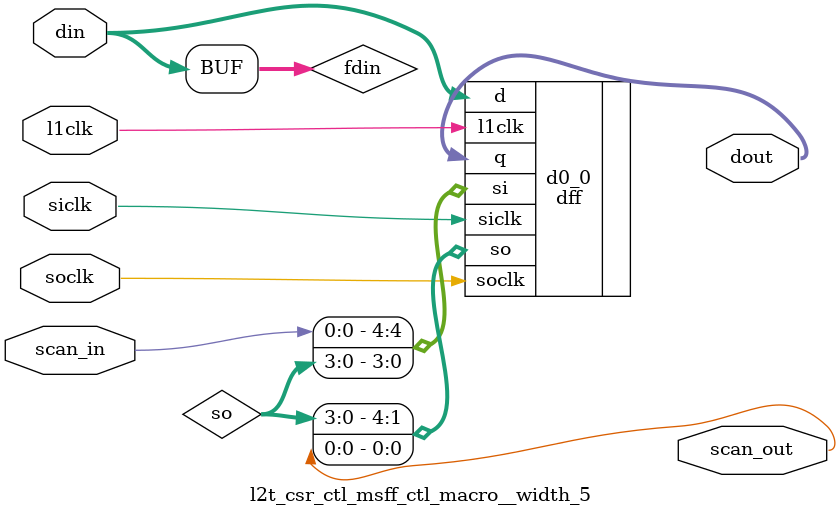
<source format=v>
`define ADDR_MAP_HI      39
`define ADDR_MAP_LO      32
`define IO_ADDR_BIT      39

`define DRAM_DATA_LO     8'h00
`define DRAM_DATA_HI     8'h7f

// IOP space
`define JBUS1            8'h80
`define HASH_TBL_NRAM_CSR 8'h81
`define RESERVED_1       8'h82
`define ENET_MAC_CSR     8'h83
`define ENET_ING_CSR     8'h84
`define ENET_EGR_CMD_CSR 8'h85
`define ENET_EGR_DP_CSR  8'h86
`define RESERVED_2_LO    8'h87
`define RESERVED_2_HI    8'h92
`define BSC_CSR          8'h93
`define RESERVED_3       8'h94
`define RAND_GEN_CSR     8'h95
`define CLOCK_UNIT_CSR   8'h96
`define DRAM_CSR         8'h97
`define IOB_MAN_CSR      8'h98
`define TAP_CSR          8'h99
`define RESERVED_4_L0    8'h9a
`define RESERVED_4_HI    8'h9d
`define CPU_ASI          8'h9e
`define IOB_INT_CSR      8'h9f

// L2 space
`define L2C_CSR_LO       8'ha0
`define L2C_CSR_HI       8'hbf

// More IOP space
`define JBUS2_LO         8'hc0
`define JBUS2_HI         8'hfe
`define SPI_CSR          8'hff


//Cache Crossbar Width and Field Defines
//======================================
`define	PCX_WIDTH	130  //PCX payload packet width , BS and SR 11/12/03 N2 Xbar Packet format change
`define	PCX_WIDTH_LESS1	129  //PCX payload packet width , BS and SR 11/12/03 N2 Xbar Packet format change
`define	CPX_WIDTH	146  //CPX payload packet width, BS and SR 11/12/03 N2 Xbar Packet format change
`define	CPX_WIDTH_LESS1	145  //CPX payload packet width, BS and SR 11/12/03 N2 Xbar Packet format change
`define	CPX_WIDTH11	134 
`define	CPX_WIDTH11c	134c
`define	CPX_WIDTHc	146c  //CPX payload packet width , BS and SR 11/12/03 N2 Xbar Packet format change

`define PCX_VLD         123  //PCX packet valid 
`define PCX_RQ_HI       122  //PCX request type field 
`define PCX_RQ_LO       118
`define PCX_NC          117  //PCX non-cacheable bit
`define PCX_R           117  //PCX read/!write bit 
`define PCX_CP_HI       116  //PCX cpu_id field
`define PCX_CP_LO       114
`define PCX_TH_HI       113  //PCX Thread field
`define PCX_TH_LO       112
`define PCX_BF_HI       111  //PCX buffer id field
`define PCX_INVALL      111
`define PCX_BF_LO       109
`define PCX_WY_HI       108  //PCX replaced L1 way field
`define PCX_WY_LO       107
`define PCX_P_HI        108  //PCX packet ID, 1st STQ - 10, 2nd - 01
`define PCX_P_LO        107
`define PCX_SZ_HI       106  //PCX load/store size field
`define PCX_SZ_LO       104
`define PCX_ERR_HI      106  //PCX error field
`define PCX_ERR_LO      104
`define PCX_AD_HI       103  //PCX address field
`define PCX_AD_LO        64
`define PCX_DA_HI        63  //PCX Store data
`define PCX_DA_LO         0  

`define PCX_SZ_1B    3'b000  // encoding for 1B access
`define PCX_SZ_2B    3'b001  // encoding for 2B access
`define PCX_SZ_4B    3'b010  // encoding for 4B access
`define PCX_SZ_8B    3'b011  // encoding for 8B access
`define PCX_SZ_16B   3'b100  // encoding for 16B access

`define CPX_VLD         145  //CPX payload packet valid

`define CPX_RQ_HI       144  //CPX Request type
`define CPX_RQ_LO       141
`define CPX_L2MISS      140
`define CPX_ERR_HI      140  //CPX error field
`define CPX_ERR_LO      138
`define CPX_NC          137  //CPX non-cacheable
`define CPX_R           137  //CPX read/!write bit
`define CPX_TH_HI       136  //CPX thread ID field 
`define CPX_TH_LO       134

//bits 133:128 are shared by different fields
//for different packet types.

`define CPX_IN_HI       133  //CPX Interrupt source 
`define CPX_IN_LO       128  

`define CPX_WYVLD       133  //CPX replaced way valid
`define CPX_WY_HI       132  //CPX replaced I$/D$ way
`define CPX_WY_LO       131
`define CPX_BF_HI       130  //CPX buffer ID field - 3 bits
`define CPX_BF_LO       128

`define CPX_SI_HI       132  //L1 set ID - PA[10:6]- 5 bits
`define CPX_SI_LO       128  //used for invalidates

`define CPX_P_HI        131  //CPX packet ID, 1st STQ - 10, 2nd - 01 
`define CPX_P_LO        130

`define CPX_ASI         130  //CPX forward request to ASI
`define CPX_IF4B        130
`define CPX_IINV        124
`define CPX_DINV        123
`define CPX_INVPA5      122
`define CPX_INVPA4      121
`define CPX_CPUID_HI    120
`define CPX_CPUID_LO    118
`define CPX_INV_PA_HI   116
`define CPX_INV_PA_LO   112
`define CPX_INV_IDX_HI   117
`define CPX_INV_IDX_LO   112

`define CPX_DA_HI       127  //CPX data payload
`define CPX_DA_LO         0

`define	LOAD_RQ		5'b00000
`define MMU_RQ          5'b01000 // BS and SR 11/12/03 N2 Xbar Packet format change
`define	IMISS_RQ	5'b10000
`define	STORE_RQ	5'b00001
`define	CAS1_RQ		5'b00010
`define	CAS2_RQ		5'b00011
`define	SWAP_RQ		5'b00111 
`define	STRLOAD_RQ	5'b00100
`define	STRST_RQ	5'b00101
`define STQ_RQ          5'b00111
`define INT_RQ          5'b01001
`define FWD_RQ          5'b01101
`define FWD_RPY         5'b01110
`define RSVD_RQ         5'b11111

`define LOAD_RET        4'b0000
`define INV_RET         4'b0011
`define ST_ACK          4'b0100
`define AT_ACK          4'b0011
`define INT_RET         4'b0111
`define TEST_RET        4'b0101
`define FP_RET          4'b1000
`define IFILL_RET       4'b0001
`define	EVICT_REQ	4'b0011
//`define INVAL_ACK       4'b1000
`define INVAL_ACK       4'b0100
`define	ERR_RET		4'b1100
`define STRLOAD_RET     4'b0010
`define STRST_ACK       4'b0110
`define FWD_RQ_RET      4'b1010
`define FWD_RPY_RET     4'b1011
`define RSVD_RET        4'b1111

//End cache crossbar defines


// Number of COS supported by EECU 
`define EECU_COS_NUM  	  2


// 
// BSC bus sizes
// =============
//

// General
`define BSC_ADDRESS      40
`define MAX_XFER_LEN     7'b0
`define XFER_LEN_WIDTH   6

// CTags
`define BSC_CTAG_SZ      12
`define EICU_CTAG_PRE    5'b11101
`define EICU_CTAG_REM    7
`define EIPU_CTAG_PRE    3'b011
`define EIPU_CTAG_REM    9
`define EECU_CTAG_PRE    8'b11010000
`define EECU_CTAG_REM    4
`define EEPU_CTAG_PRE    6'b010000
`define EEPU_CTAG_REM    6
`define L2C_CTAG_PRE     2'b00
`define L2C_CTAG_REM     10
`define JBI_CTAG_PRE     2'b10
`define JBI_CTAG_REM     10
// reinstated temporarily
`define PCI_CTAG_PRE     7'b1101100
`define PCI_CTAG_REM     5


// CoS
`define EICU_COS         1'b0
`define EIPU_COS         1'b1
`define EECU_COS         1'b0
`define EEPU_COS         1'b1
`define PCI_COS          1'b0

// L2$ Bank
`define BSC_L2_BNK_HI    8
`define BSC_L2_BNK_LO    6

// L2$ Req
`define BSC_L2_REQ_SZ   62
`define BSC_L2_REQ	`BSC_L2_REQ_SZ	// used by rams in L2 code
`define BSC_L2_BUS      64
`define BSC_L2_CTAG_HI  61
`define BSC_L2_CTAG_LO  50
`define BSC_L2_ADD_HI   49
`define BSC_L2_ADD_LO   10
`define BSC_L2_LEN_HI    9
`define BSC_L2_LEN_LO    3
`define BSC_L2_ALLOC     2
`define BSC_L2_COS       1
`define BSC_L2_READ      0   

// L2$ Ack
`define L2_BSC_ACK_SZ   16
`define L2_BSC_BUS      64
`define L2_BSC_CBA_HI   14    // CBA - Critical Byte Address
`define L2_BSC_CBA_LO   13
`define L2_BSC_READ     12
`define L2_BSC_CTAG_HI  11
`define L2_BSC_CTAG_LO   0

// Enet Egress Command Unit
`define EECU_REQ_BUS    44
`define EECU_REQ_SZ     44
`define EECU_R_QID_HI   43
`define EECU_R_QID_LO   40
`define EECU_R_ADD_HI   39
`define EECU_R_ADD_LO    0

`define EECU_ACK_BUS    64
`define EECU_ACK_SZ      5
`define EECU_A_NACK      4
`define EECU_A_QID_HI    3
`define EECU_A_QID_LO    0


// Enet Egress Packet Unit
`define EEPU_REQ_BUS    55
`define EEPU_REQ_SZ     55
`define EEPU_R_TLEN_HI  54
`define EEPU_R_TLEN_LO  48
`define EEPU_R_SOF      47
`define EEPU_R_EOF      46
`define EEPU_R_PORT_HI  45
`define EEPU_R_PORT_LO  44
`define EEPU_R_QID_HI   43
`define EEPU_R_QID_LO   40
`define EEPU_R_ADD_HI   39
`define EEPU_R_ADD_LO    0

// This is cleaved in between Egress Datapath Ack's
`define EEPU_ACK_BUS     6
`define EEPU_ACK_SZ      6
`define EEPU_A_EOF       5
`define EEPU_A_NACK      4
`define EEPU_A_QID_HI    3
`define EEPU_A_QID_LO    0


// Enet Egress Datapath
`define EEDP_ACK_BUS   128
`define EEDP_ACK_SZ     28
`define EEDP_A_NACK     27
`define EEDP_A_QID_HI   26
`define EEDP_A_QID_LO   21
`define EEDP_A_SOF      20
`define EEDP_A_EOF      19
`define EEDP_A_LEN_HI   18
`define EEDP_A_LEN_LO   12
`define EEDP_A_TAG_HI   11
`define EEDP_A_TAG_LO    0
`define EEDP_A_PORT_HI   5
`define EEDP_A_PORT_LO   4
`define EEDP_A_PORT_WIDTH 2


// In-Order / Ordered Queue: EEPU
// Tag is: TLEN, SOF, EOF, QID = 15
`define EEPU_TAG_ARY     (7+1+1+6)
`define EEPU_ENTRIES     16
`define EEPU_E_IDX        4
`define EEPU_PORTS        4
`define EEPU_P_IDX        2

// Nack + Tag Info + CTag
`define IOQ_TAG_ARY      (1+`EEPU_TAG_ARY+12)
`define EEPU_TAG_LOC     (`EEPU_P_IDX+`EEPU_E_IDX)


// ENET Ingress Queue Management Req
`define EICU_REQ_BUS     64 
`define EICU_REQ_SZ      62
`define EICU_R_CTAG_HI   61
`define EICU_R_CTAG_LO   50
`define EICU_R_ADD_HI    49
`define EICU_R_ADD_LO    10
`define EICU_R_LEN_HI     9
`define EICU_R_LEN_LO     3
`define EICU_R_COS        1
`define EICU_R_READ       0   


// ENET Ingress Queue Management Ack
`define EICU_ACK_BUS     64
`define EICU_ACK_SZ      14
`define EICU_A_NACK      13
`define EICU_A_READ      12
`define EICU_A_CTAG_HI   11
`define EICU_A_CTAG_LO    0


// Enet Ingress Packet Unit
`define EIPU_REQ_BUS    128 
`define EIPU_REQ_SZ      59
`define EIPU_R_CTAG_HI   58
`define EIPU_R_CTAG_LO   50
`define EIPU_R_ADD_HI    49
`define EIPU_R_ADD_LO    10
`define EIPU_R_LEN_HI     9
`define EIPU_R_LEN_LO     3
`define EIPU_R_COS        1
`define EIPU_R_READ       0   


// ENET Ingress Packet Unit Ack
`define EIPU_ACK_BUS      10
`define EIPU_ACK_SZ       10
`define EIPU_A_NACK       9
`define EIPU_A_CTAG_HI    8
`define EIPU_A_CTAG_LO    0


// In-Order / Ordered Queue: PCI
// Tag is: CTAG
`define PCI_TAG_ARY     12
`define PCI_ENTRIES     16
`define PCI_E_IDX        4
`define PCI_PORTS        2

// PCI-X Request
`define PCI_REQ_BUS      64
`define PCI_REQ_SZ       62
`define PCI_R_CTAG_HI    61
`define PCI_R_CTAG_LO    50
`define PCI_R_ADD_HI     49
`define PCI_R_ADD_LO     10
`define PCI_R_LEN_HI      9
`define PCI_R_LEN_LO      3
`define PCI_R_COS         1
`define PCI_R_READ        0

// PCI_X Acknowledge
`define PCI_ACK_BUS      64
`define PCI_ACK_SZ       14
`define PCI_A_NACK       13
`define PCI_A_READ       12 
`define PCI_A_CTAG_HI    11
`define PCI_A_CTAG_LO     0


`define BSC_MAX_REQ_SZ   62


//
// BSC array sizes
//================
//
`define BSC_REQ_ARY_INDEX        6
`define BSC_REQ_ARY_DEPTH       64
`define BSC_REQ_ARY_WIDTH       62
`define BSC_REQ_NXT_WIDTH       12
`define BSC_ACK_ARY_INDEX        6
`define BSC_ACK_ARY_DEPTH       64
`define BSC_ACK_ARY_WIDTH       14
`define BSC_ACK_NXT_WIDTH       12
`define BSC_PAY_ARY_INDEX        6
`define BSC_PAY_ARY_DEPTH       64
`define BSC_PAY_ARY_WIDTH      256

// ECC syndrome bits per memory element
`define BSC_PAY_ECC             10
`define BSC_PAY_MEM_WIDTH       (`BSC_PAY_ECC+`BSC_PAY_ARY_WIDTH)


//
// BSC Port Definitions
// ====================
//
// Bits 7 to 4 of curr_port_id
`define BSC_PORT_NULL       4'h0
`define BSC_PORT_SC         4'h1
`define BSC_PORT_EICU       4'h2
`define BSC_PORT_EIPU       4'h3
`define BSC_PORT_EECU       4'h4
`define BSC_PORT_EEPU       4'h8
`define BSC_PORT_PCI        4'h9

// Number of ports of each type
`define BSC_PORT_SC_CNT     8

// Bits needed to represent above
`define BSC_PORT_SC_IDX     3

// How wide the linked list pointers are
// 60b for no payload (2CoS)
// 80b for payload (2CoS)

//`define BSC_OBJ_PTR   80
//`define BSC_HD1_HI    69
//`define BSC_HD1_LO    60
//`define BSC_TL1_HI    59
//`define BSC_TL1_LO    50
//`define BSC_CT1_HI    49
//`define BSC_CT1_LO    40
//`define BSC_HD0_HI    29
//`define BSC_HD0_LO    20
//`define BSC_TL0_HI    19
//`define BSC_TL0_LO    10
//`define BSC_CT0_HI     9
//`define BSC_CT0_LO     0

`define BSC_OBJP_PTR  48
`define BSC_PYP1_HI   47
`define BSC_PYP1_LO   42
`define BSC_HDP1_HI   41
`define BSC_HDP1_LO   36
`define BSC_TLP1_HI   35
`define BSC_TLP1_LO   30
`define BSC_CTP1_HI   29
`define BSC_CTP1_LO   24
`define BSC_PYP0_HI   23
`define BSC_PYP0_LO   18
`define BSC_HDP0_HI   17
`define BSC_HDP0_LO   12
`define BSC_TLP0_HI   11
`define BSC_TLP0_LO    6
`define BSC_CTP0_HI    5
`define BSC_CTP0_LO    0

`define BSC_PTR_WIDTH     192
`define BSC_PTR_REQ_HI    191
`define BSC_PTR_REQ_LO    144
`define BSC_PTR_REQP_HI   143
`define BSC_PTR_REQP_LO    96
`define BSC_PTR_ACK_HI     95
`define BSC_PTR_ACK_LO     48
`define BSC_PTR_ACKP_HI    47
`define BSC_PTR_ACKP_LO     0

`define BSC_PORT_SC_PTR    96       // R, R+P
`define BSC_PORT_EECU_PTR  48       // A+P
`define BSC_PORT_EICU_PTR  96       // A, A+P
`define BSC_PORT_EIPU_PTR  48       // A

// I2C STATES in DRAMctl
`define I2C_CMD_NOP   4'b0000
`define I2C_CMD_START 4'b0001
`define I2C_CMD_STOP  4'b0010
`define I2C_CMD_WRITE 4'b0100
`define I2C_CMD_READ  4'b1000


//
// IOB defines
// ===========
//
`define IOB_ADDR_WIDTH       40
`define IOB_LOCAL_ADDR_WIDTH 32

`define IOB_CPU_INDEX         3
`define IOB_CPU_WIDTH         8
`define IOB_THR_INDEX         2
`define IOB_THR_WIDTH         4
`define IOB_CPUTHR_INDEX      5
`define IOB_CPUTHR_WIDTH     32

`define IOB_MONDO_DATA_INDEX  5
`define IOB_MONDO_DATA_DEPTH 32
`define IOB_MONDO_DATA_WIDTH 64
`define IOB_MONDO_SRC_WIDTH   5
`define IOB_MONDO_BUSY        5

`define IOB_INT_TAB_INDEX     6
`define IOB_INT_TAB_DEPTH    64 

`define IOB_INT_STAT_WIDTH   32
`define IOB_INT_STAT_HI      31
`define IOB_INT_STAT_LO       0

`define IOB_INT_VEC_WIDTH     6
`define IOB_INT_VEC_HI        5
`define IOB_INT_VEC_LO        0

`define IOB_INT_CPU_WIDTH     5
`define IOB_INT_CPU_HI       12 
`define IOB_INT_CPU_LO        8

`define IOB_INT_MASK          2
`define IOB_INT_CLEAR         1
`define IOB_INT_PEND          0

`define IOB_DISP_TYPE_HI     17
`define IOB_DISP_TYPE_LO     16
`define IOB_DISP_THR_HI      12
`define IOB_DISP_THR_LO       8
`define IOB_DISP_VEC_HI       5
`define IOB_DISP_VEC_LO       0

`define IOB_JBI_RESET         1
`define IOB_ENET_RESET        0

`define IOB_RESET_STAT_WIDTH  3
`define IOB_RESET_STAT_HI     3
`define IOB_RESET_STAT_LO     1

`define IOB_SERNUM_WIDTH     64

`define IOB_FUSE_WIDTH       22

`define IOB_TMSTAT_THERM     63

`define IOB_POR_TT            6'b01  // power-on-reset trap type

`define IOB_CPU_BUF_INDEX     4

`define IOB_INT_BUF_INDEX     4  
`define IOB_INT_BUF_WIDTH   153  // interrupt table read result buffer width

`define IOB_IO_BUF_INDEX      4
`define IOB_IO_BUF_WIDTH    153  // io-2-cpu return buffer width

`define IOB_L2_VIS_BUF_INDEX  5
`define IOB_L2_VIS_BUF_WIDTH 48  // l2 visibility buffer width

`define IOB_INT_AVEC_WIDTH   16  // availibility vector width
`define IOB_ACK_AVEC_WIDTH   16  // availibility vector width 

// fixme - double check address mapping
// CREG in `IOB_INT_CSR space
`define IOB_DEV_ADDR_MASK    32'hfffffe07
`define IOB_CREG_INTSTAT     32'h00000000
`define IOB_CREG_MDATA0      32'h00000400
`define IOB_CREG_MDATA1      32'h00000500
`define IOB_CREG_MBUSY       32'h00000900
`define IOB_THR_ADDR_MASK    32'hffffff07
`define IOB_CREG_MDATA0_ALIAS 32'h00000600
`define IOB_CREG_MDATA1_ALIAS 32'h00000700
`define IOB_CREG_MBUSY_ALIAS  32'h00000b00

// CREG in `IOB_MAN_CSR space
`define IOB_CREG_INTMAN      32'h00000000
`define IOB_CREG_INTCTL      32'h00000400
`define IOB_CREG_INTVECDISP  32'h00000800
`define IOB_CREG_RESETSTAT   32'h00000810
`define IOB_CREG_SERNUM      32'h00000820
`define IOB_CREG_TMSTATCTRL  32'h00000828
`define IOB_CREG_COREAVAIL   32'h00000830
`define IOB_CREG_SSYSRESET   32'h00000838
`define IOB_CREG_FUSESTAT    32'h00000840
`define IOB_CREG_JINTV       32'h00000a00

`define IOB_CREG_DBG_L2VIS_CTRL    32'h00001800 
`define IOB_CREG_DBG_L2VIS_MASKA   32'h00001820 
`define IOB_CREG_DBG_L2VIS_MASKB   32'h00001828 
`define IOB_CREG_DBG_L2VIS_CMPA    32'h00001830
`define IOB_CREG_DBG_L2VIS_CMPB    32'h00001838
`define IOB_CREG_DBG_L2VIS_TRIG    32'h00001840
`define IOB_CREG_DBG_IOBVIS_CTRL   32'h00001000
`define IOB_CREG_DBG_ENET_CTRL     32'h00002000
`define IOB_CREG_DBG_ENET_IDLEVAL  32'h00002008
`define IOB_CREG_DBG_JBUS_CTRL     32'h00002100
`define IOB_CREG_DBG_JBUS_LO_MASK0 32'h00002140
`define IOB_CREG_DBG_JBUS_LO_MASK1 32'h00002160
`define IOB_CREG_DBG_JBUS_LO_CMP0  32'h00002148
`define IOB_CREG_DBG_JBUS_LO_CMP1  32'h00002168
`define IOB_CREG_DBG_JBUS_LO_CNT0  32'h00002150
`define IOB_CREG_DBG_JBUS_LO_CNT1  32'h00002170
`define IOB_CREG_DBG_JBUS_HI_MASK0 32'h00002180
`define IOB_CREG_DBG_JBUS_HI_MASK1 32'h000021a0
`define IOB_CREG_DBG_JBUS_HI_CMP0  32'h00002188
`define IOB_CREG_DBG_JBUS_HI_CMP1  32'h000021a8
`define IOB_CREG_DBG_JBUS_HI_CNT0  32'h00002190
`define IOB_CREG_DBG_JBUS_HI_CNT1  32'h000021b0

`define IOB_CREG_TESTSTUB    32'h80000000

// Address map for TAP access of SPARC ASI
`define IOB_ASI_PC            4'b0000
`define IOB_ASI_BIST          4'b0001
`define IOB_ASI_MARGIN        4'b0010
`define IOB_ASI_DEFEATURE     4'b0011
`define IOB_ASI_L1DD          4'b0100
`define IOB_ASI_L1ID          4'b0101
`define IOB_ASI_L1DT          4'b0110

`define IOB_INT               2'b00
`define IOB_RESET             2'b01
`define IOB_IDLE              2'b10
`define IOB_RESUME            2'b11

//
// CIOP UCB Bus Width
// ==================
//
`define IOB_EECU_WIDTH       16  // ethernet egress command
`define EECU_IOB_WIDTH       16

`define IOB_NRAM_WIDTH       16  // NRAM (RLDRAM previously)
`define NRAM_IOB_WIDTH        4

`define IOB_JBI_WIDTH        16  // JBI
`define JBI_IOB_WIDTH        16 

`define IOB_ENET_ING_WIDTH   32  // ethernet ingress
`define ENET_ING_IOB_WIDTH    8

`define IOB_ENET_EGR_WIDTH    4  // ethernet egress
`define ENET_EGR_IOB_WIDTH    4

`define IOB_ENET_MAC_WIDTH    4  // ethernet MAC
`define ENET_MAC_IOB_WIDTH    4

`define IOB_DRAM_WIDTH        4  // DRAM controller
`define DRAM_IOB_WIDTH        4

`define IOB_BSC_WIDTH         4  // BSC
`define BSC_IOB_WIDTH         4

`define IOB_SPI_WIDTH         4  // SPI (Boot ROM)
`define SPI_IOB_WIDTH         4

`define IOB_CLK_WIDTH         4  // clk unit
`define CLK_IOB_WIDTH         4

`define IOB_CLSP_WIDTH        4  // clk spine unit
`define CLSP_IOB_WIDTH        4

`define IOB_TAP_WIDTH         8  // TAP
`define TAP_IOB_WIDTH         8


//
// CIOP UCB Buf ID Type
// ====================
//
`define UCB_BID_CMP          2'b00
`define UCB_BID_TAP          2'b01

//
// Interrupt Device ID
// ===================
//
// Caution: DUMMY_DEV_ID has to be 9 bit wide
//          for fields to line up properly in the IOB.
`define DUMMY_DEV_ID         9'h10   // 16
`define UNCOR_ECC_DEV_ID     7'd17   // 17

//
// Soft Error related definitions 
// ==============================
//
`define COR_ECC_CNT_WIDTH   16


//
// CMP clock
// =========
//

`define CMP_CLK_PERIOD   1333


//
// NRAM/IO Interface
// =================
//

`define DRAM_CLK_PERIOD  6000

`define NRAM_IO_DQ_WIDTH   32
`define IO_NRAM_DQ_WIDTH   32

`define NRAM_IO_ADDR_WIDTH 15
`define NRAM_IO_BA_WIDTH    2


//
// NRAM/ENET Interface
// ===================
//

`define NRAM_ENET_DATA_WIDTH 64
`define ENET_NRAM_ADDR_WIDTH 20

`define NRAM_DBG_DATA_WIDTH  40


//
// IO/FCRAM Interface
// ==================
//

`define FCRAM_DATA1_HI       63
`define FCRAM_DATA1_LO       32
`define FCRAM_DATA0_HI       31
`define FCRAM_DATA0_LO        0

//
// PCI Interface
// ==================
// Load/store size encodings
// -------------------------
// Size encoding
// 000 - byte
// 001 - half-word
// 010 - word
// 011 - double-word
// 100 - quad
`define LDST_SZ_BYTE        3'b000
`define LDST_SZ_HALF_WORD   3'b001
`define LDST_SZ_WORD        3'b010
`define LDST_SZ_DOUBLE_WORD 3'b011
`define LDST_SZ_QUAD        3'b100

//
// JBI<->SCTAG Interface
// =======================
// Outbound Header Format
`define JBI_BTU_OUT_ADDR_LO      0
`define JBI_BTU_OUT_ADDR_HI     42
`define JBI_BTU_OUT_RSV0_LO     43
`define JBI_BTU_OUT_RSV0_HI     43
`define JBI_BTU_OUT_TYPE_LO     44
`define JBI_BTU_OUT_TYPE_HI     48
`define JBI_BTU_OUT_RSV1_LO     49
`define JBI_BTU_OUT_RSV1_HI     51
`define JBI_BTU_OUT_REPLACE_LO  52
`define JBI_BTU_OUT_REPLACE_HI  56
`define JBI_BTU_OUT_RSV2_LO     57
`define JBI_BTU_OUT_RSV2_HI     59
`define JBI_BTU_OUT_BTU_ID_LO   60
`define JBI_BTU_OUT_BTU_ID_HI   71
`define JBI_BTU_OUT_DATA_RTN    72
`define JBI_BTU_OUT_RSV3_LO     73
`define JBI_BTU_OUT_RSV3_HI     75
`define JBI_BTU_OUT_CE          76
`define JBI_BTU_OUT_RSV4_LO     77
`define JBI_BTU_OUT_RSV4_HI     79
`define JBI_BTU_OUT_UE          80
`define JBI_BTU_OUT_RSV5_LO     81
`define JBI_BTU_OUT_RSV5_HI     83
`define JBI_BTU_OUT_DRAM        84
`define JBI_BTU_OUT_RSV6_LO     85
`define JBI_BTU_OUT_RSV6_HI    127

// Inbound Header Format
`define JBI_SCTAG_IN_ADDR_LO   0
`define JBI_SCTAG_IN_ADDR_HI  39
`define JBI_SCTAG_IN_SZ_LO    40
`define JBI_SCTAG_IN_SZ_HI    42
`define JBI_SCTAG_IN_RSV0     43
`define JBI_SCTAG_IN_TAG_LO   44
`define JBI_SCTAG_IN_TAG_HI   55
`define JBI_SCTAG_IN_REQ_LO   56
`define JBI_SCTAG_IN_REQ_HI   58
`define JBI_SCTAG_IN_POISON   59
`define JBI_SCTAG_IN_RSV1_LO  60
`define JBI_SCTAG_IN_RSV1_HI  63

`define JBI_SCTAG_REQ_WRI   3'b100
`define JBI_SCTAG_REQ_WR8   3'b010
`define JBI_SCTAG_REQ_RDD   3'b001
`define JBI_SCTAG_REQ_WRI_BIT 2
`define JBI_SCTAG_REQ_WR8_BIT 1
`define JBI_SCTAG_REQ_RDD_BIT 0

//
// JBI->IOB Mondo Header Format
// ============================
//
`define JBI_IOB_MONDO_RSV1_HI       15 // reserved 1
`define JBI_IOB_MONDO_RSV1_LO       13
`define JBI_IOB_MONDO_TRG_HI        12 // interrupt target
`define JBI_IOB_MONDO_TRG_LO         8 
`define JBI_IOB_MONDO_RSV0_HI        7 // reserved 0
`define JBI_IOB_MONDO_RSV0_LO        5
`define JBI_IOB_MONDO_SRC_HI         4 // interrupt source
`define JBI_IOB_MONDO_SRC_LO         0

`define JBI_IOB_MONDO_RSV1_WIDTH     3 
`define JBI_IOB_MONDO_TRG_WIDTH      5
`define JBI_IOB_MONDO_RSV0_WIDTH     3 
`define JBI_IOB_MONDO_SRC_WIDTH      5

// JBI->IOB Mondo Bus Width/Cycle
// ==============================
// Cycle  1 Header[15:8]
// Cycle  2 Header[ 7:0]
// Cycle  3 J_AD[127:120]
// Cycle  4 J_AD[119:112]
// .....
// Cycle 18 J_AD[  7:  0]
`define JBI_IOB_MONDO_BUS_WIDTH      8
`define JBI_IOB_MONDO_BUS_CYCLE     18 // 2 header + 16 data


 

`define	IQ_SIZE	8
`define	OQ_SIZE	12
`define	TAG_WIDTH	28
`define	TAG_WIDTH_LESS1	27
`define	TAG_WIDTHr	28r
`define	TAG_WIDTHc	28c
`define	TAG_WIDTH6	22
`define	TAG_WIDTH6r	22r
`define	TAG_WIDTH6c	22c


`define	MBD_WIDTH	106    // BS and SR 11/12/03 N2 Xbar Packet format change

// BS and SR 11/12/03 N2 Xbar Packet format change

`define	MBD_ECC_HI	105
`define	MBD_ECC_HI_PLUS1	106
`define	MBD_ECC_HI_PLUS5	110
`define	MBD_ECC_LO	100
`define	MBD_EVICT	99 
`define	MBD_DEP		98
`define	MBD_TECC	97
`define	MBD_ENTRY_HI	96
`define	MBD_ENTRY_LO	93

`define	MBD_POISON	92   
`define	MBD_RDMA_HI	91
`define	MBD_RDMA_LO	90
`define	MBD_RQ_HI	89
`define	MBD_RQ_LO	85
`define	MBD_NC		84
`define	MBD_RSVD	83
`define	MBD_CP_HI	82
`define	MBD_CP_LO	80
`define	MBD_TH_HI	79
`define	MBD_TH_LO	77
`define	MBD_BF_HI	76
`define	MBD_BF_LO	74
`define	MBD_WY_HI	73
`define	MBD_WY_LO	72
`define	MBD_SZ_HI	71
`define	MBD_SZ_LO	64
`define	MBD_DATA_HI	63
`define	MBD_DATA_LO	0

// BS and SR 11/12/03 N2 Xbar Packet format change
`define	L2_FBF		40
`define	L2_MBF		39
`define	L2_SNP		38
`define	L2_CTRUE	37
`define	L2_EVICT  	36
`define	L2_DEP		35
`define	L2_TECC		34
`define	L2_ENTRY_HI	33
`define	L2_ENTRY_LO	29

`define	L2_POISON	28
`define	L2_RDMA_HI	27
`define	L2_RDMA_LO	26
// BS and SR 11/12/03 N2 Xbar Packet format change , maps to bits [128:104] of PCXS packet , ther than RSVD bit
`define	L2_RQTYP_HI	25
`define	L2_RQTYP_LO	21
`define	L2_NC		20
`define	L2_RSVD		19
`define	L2_CPUID_HI	18
`define	L2_CPUID_LO	16
`define	L2_TID_HI	15	
`define	L2_TID_LO	13	
`define	L2_BUFID_HI     12	
`define	L2_BUFID_LO	10	
`define	L2_L1WY_HI	9
`define	L2_L1WY_LO	8
`define	L2_SZ_HI	7
`define	L2_SZ_LO	0


`define	ERR_MEU		63
`define	ERR_MEC		62
`define	ERR_RW		61
`define	ERR_ASYNC	60
`define	ERR_TID_HI	59 // PRM needs to change to reflect this : TID will be bits [59:54] instead of [58:54]
`define	ERR_TID_LO	54
`define	ERR_LDAC	53
`define	ERR_LDAU	52
`define	ERR_LDWC	51
`define	ERR_LDWU	50
`define	ERR_LDRC	49
`define	ERR_LDRU	48
`define	ERR_LDSC	47
`define	ERR_LDSU	46
`define	ERR_LTC		45
`define	ERR_LRU		44
`define	ERR_LVU		43
`define	ERR_DAC		42
`define	ERR_DAU		41
`define	ERR_DRC		40
`define	ERR_DRU		39
`define	ERR_DSC		38
`define	ERR_DSU		37
`define	ERR_VEC		36
`define	ERR_VEU		35
`define ERR_LVC         34
`define	ERR_SYN_HI	31
`define	ERR_SYN_LO	0



`define ERR_MEND	51
`define ERR_NDRW	50
`define ERR_NDSP	49
`define ERR_NDDM	48
`define ERR_NDVCID_HI   45
`define ERR_NDVCID_LO   40
`define ERR_NDADR_HI    39
`define ERR_NDADR_LO    4


//  Phase 2 : SIU Inteface and format change

`define	JBI_HDR_SZ	26 // BS and SR 11/12/03 N2 Xbar Packet format change
`define	JBI_HDR_SZ_LESS1	25 // BS and SR 11/12/03 N2 Xbar Packet format change
`define	JBI_HDR_SZ4     23	
`define	JBI_HDR_SZc	27c
`define	JBI_HDR_SZ4c    23c	

`define	JBI_ADDR_LO	0	
`define	JBI_ADDR_HI	7	
`define	JBI_SZ_LO	8	
`define	JBI_SZ_HI	15	
// `define	JBI_RSVD	16	NOt used
`define	JBI_CTAG_LO	16	
`define	JBI_CTAG_HI	23	
`define	JBI_RQ_RD	24	
`define	JBI_RQ_WR8	25	
`define	JBI_RQ_WR64	26	
`define JBI_OPES_LO	27	// 0 = 30, P=29, E=28, S=27
`define JBI_OPES_HI	30
`define	JBI_RQ_POISON	31	
`define	JBI_ENTRY_LO	32
`define	JBI_ENTRY_HI	33

//  Phase 2 : SIU Inteface and format change
// BS and SR 11/12/03 N2 Xbar Packet format change :
`define	JBINST_SZ_LO	0	
`define	JBINST_SZ_HI	7	
// `define	JBINST_RSVD	8 NOT used	
`define	JBINST_CTAG_LO	8	
`define	JBINST_CTAG_HI	15	
`define	JBINST_RQ_RD	16	
`define	JBINST_RQ_WR8	17	
`define	JBINST_RQ_WR64	18	
`define JBINST_OPES_LO  19	// 0 = 22, P=21, E=20, S=19
`define JBINST_OPES_HI  22
`define	JBINST_ENTRY_LO	23
`define	JBINST_ENTRY_HI	24
`define	JBINST_POISON   25


`define	ST_REQ_ST	1
`define	LD_REQ_ST	2
`define	IDLE	0


 
 
//////////////////////////////////////////////////////////////////////// 
// Local header file includes / local defines 
//////////////////////////////////////////////////////////////////////// 
 
module l2t_csr_ctl (
  scan_out, 
  csr_filbuf_scrub_ready, 
  csr_l2_bypass_mode_on, 
  csr_filbuf_l2off, 
  csr_tag_l2off, 
  csr_wbuf_l2off, 
  csr_misbuf_l2off, 
  csr_vuad_l2off, 
  csr_l2_dir_map_on, 
  csr_l2_steering_tid, 
  csr_error_nceen, 
  csr_error_ceen, 
  csr_wr_dirpinj_en, 
  csr_oneshot_dir_clear_c3, 
  csr_rd_data_c8, 
  csr_error_status_veu, 
  csr_error_status_vec, 
  csr_report_ldrc, 
  csreg_report_ldrc_inpkt, 
  notdata_higher_priority_err, 
  arbdat_csr_inst_wr_data_c8, 
  csreg_csr_bist_wr_en_c8, 
  scan_in, 
  l2clk, 
  tcu_pce_ov, 
  tcu_aclk, 
  tcu_bclk, 
  tcu_scan_en, 
  aclk_wmr, 
  wmr_protect, 
  csreg_csr_erren_wr_en_c8, 
  csreg_csr_wr_en_c8, 
  csreg_csr_errstate_wr_en_c8, 
  csreg_csr_errinj_wr_en_c8, 
  csreg_l2_cmpr_reg_wr_en_c8, 
  csreg_l2_mask_reg_wr_en_c8, 
  arb_inst_vld_c2, 
  csreg_csr_rd_mux4_sel_c7, 
  csreg_csr_rd_mux_fnl_c7, 
  arbdec_csr_ttype_c6, 
  arbdec_csr_vcid_c6, 
  arbadr_csr_debug_addr, 
  csreg_wr_enable_notdata_nddm_vcid_c9, 
  l2t_dbg_err_event, 
  l2t_dbg_pa_match, 
  csreg_csr_rd_mux1_sel_c7, 
  csreg_csr_rd_mux2_sel_c7, 
  csreg_csr_rd_mux3_sel_c7, 
  arbadr_arbdp_csr_addr_c9, 
  evctag_evict_addr, 
  arbadr_rdmard_addr_c12, 
  arb_dir_addr_c9, 
  tag_scrub_addr_way, 
  arbadr_data_ecc_idx, 
  csreg_err_state_in_rw, 
  csreg_err_state_in_mec, 
  csreg_err_state_in_meu, 
  csreg_err_state_in, 
  csreg_mux1_synd_sel, 
  csreg_mux2_synd_sel, 
  csreg_csr_synd_wr_en, 
  usaloc_ua_synd_c9, 
  vlddir_vd_synd_c9, 
  decc_lda_syndrome_c9, 
  csreg_wr_enable_tid_c9, 
  csreg_csr_tid_wr_en, 
  csreg_csr_async_wr_en, 
  set_async_c9, 
  error_rw_en, 
  diag_wr_en, 
  csreg_mux1_addr_sel, 
  csreg_mux2_addr_sel, 
  csreg_csr_addr_wr_en, 
  arb_dir_wr_en_c4, 
  oque_tid_c8, 
  csreg_csr_notdata_wr_en_c8, 
  csreg_wr_enable_notdata_vcid_c9, 
  csreg_csr_notdata_vcid_wr_en, 
  csreg_notdata_err_state_in_rw, 
  csreg_notdata_err_state_in_mend, 
  csreg_notdata_err_state_in, 
  csreg_notdata_diag_wr_en, 
  csreg_notdata_error_rw_en, 
  csreg_csr_notdata_addr_wr_en, 
  csreg_notdata_addr_mux_sel, 
  csr_error_status_notdata, 
  shadow_l2erraddr_reg, 
  shadow_notdata_reg, 
  shadow_error_status_reg);
wire pce_ov;
wire stop;
wire siclk;
wire soclk;
wire se;
wire l1clk;
wire spares_scanin;
wire arb_inst_vld_c6;
wire arb_inst_vld_c7;
wire spares_scanout;
wire ff_csr_l2_control_reg_0_scanin;
wire ff_csr_l2_control_reg_0_scanout;
wire ff_csr_l2_control_reg_2to1_scanin;
wire ff_csr_l2_control_reg_2to1_scanout;
wire ff_csr_l2_control_reg_scb_int_scanin;
wire ff_csr_l2_control_reg_scb_int_scanout;
wire ff_csr_l2_control_reg_steering_scanin;
wire ff_csr_l2_control_reg_steering_scanout;
wire ff_csr_l2_control_reg_dbg_scanin;
wire ff_csr_l2_control_reg_dbg_scanout;
wire ff_csr_l2_control_reg_dir_clr_scanin;
wire ff_csr_l2_control_reg_dir_clr_scanout;
wire ff_dir_clr_d1_scanin;
wire ff_dir_clr_d1_scanout;
wire dir_clr_d1;
wire ff_dir_clr_d2_scanin;
wire ff_dir_clr_d2_scanout;
wire dir_clr_d2;
wire ff_scrub_count_scanin;
wire ff_scrub_count_scanout;
wire ff_csr_l2_erren_d1_scanin;
wire ff_csr_l2_erren_d1_scanout;
wire mbist_done;
wire [2:0] mbist_err;
wire [10:0] bist_data_prev;
wire ff_bist_registrer_scanin;
wire ff_bist_registrer_scanout;
wire [10:0] csr_bist_read_data_unused;
wire ff_csr_l2_errsynd_d1_scanin;
wire ff_csr_l2_errsynd_d1_scanout;
wire ff_inst_tid_c9_scanin;
wire ff_inst_tid_c9_scanout;
wire ff_csr_l2_erritid_d1_scanin;
wire ff_csr_l2_erritid_d1_scanout;
wire ff_async_bit_scanin;
wire ff_async_bit_scanout;
wire ff_csr_l2_errrw_d1_scanin;
wire ff_csr_l2_errrw_d1_scanout;
wire ff_csr_l2_errmeu_d1_scanin;
wire ff_csr_l2_errmeu_d1_scanout;
wire ff_csr_l2_errmec_d1_scanin;
wire ff_csr_l2_errmec_d1_scanout;
wire ff_csr_l2_errstate_d1_scanin;
wire ff_csr_l2_errstate_d1_scanout;
wire ff_csr_l2_erraddr_d1_scanin;
wire ff_csr_l2_erraddr_d1_scanout;
wire ff_csr_l2_errinj_d1_scanin;
wire ff_csr_l2_errinj_d1_scanout;
wire [63:0] csr_rd_data_c7_1;
wire [63:0] debug_csr_read_data;
wire [63:0] l2_mask_register;
wire [63:0] l2_compare_register;
wire ff_csr_rd_data_c8_scanin;
wire ff_csr_rd_data_c8_scanout;
wire ff_csr_l2_notdata_rw_d1_scanin;
wire ff_csr_l2_notdata_rw_d1_scanout;
wire ff_csr_l2_notdata_mend_d1_scanin;
wire ff_csr_l2_notdata_mend_d1_scanout;
wire ff_csr_l2_notdata_ndspnddm_d1_scanin;
wire ff_csr_l2_notdata_ndspnddm_d1_scanout;
wire sel_diag_notdata_wr;
wire ff_csr_l2_notdata_vcid_d1_scanin;
wire ff_csr_l2_notdata_vcid_d1_scanout;
wire ff_csr_l2_notdata_addr_d1_scanin;
wire ff_csr_l2_notdata_addr_d1_scanout;
wire [63:0] l2_compare_register_prev;
wire ff_l2_compare_register_scanin;
wire ff_l2_compare_register_scanout;
wire [63:0] l2_mask_register_prev;
wire ff_l2_mask_register_scanin;
wire ff_l2_mask_register_scanout;
wire [63:0] debug_address_inpipe;
wire ff_debug_address_inpipe_scanin;
wire ff_debug_address_inpipe_scanout;
wire [63:0] debug_address_inpipe_d1;
wire ff_instruction_vld_piped_scanin;
wire ff_instruction_vld_piped_scanout;
wire arb_inst_vld_c3;
wire arb_inst_vld_c4;
wire arb_inst_vld_c5;
wire arb_inst_vld_c52;
wire l2t_dbg_pa_match_unreg;
wire l2t_dbg_err_event_unreg;
wire ff_l2t_dbg_pa_match_scanin;
wire ff_l2t_dbg_pa_match_scanout;
wire warm_scanout_n;
wire warm_scanout;
 
 
output        	scan_out; 
output 	      	csr_filbuf_scrub_ready; // to filbuf. 
output		csr_l2_bypass_mode_on; // to arb 
output		csr_filbuf_l2off; 
output		csr_tag_l2off; 
output		csr_wbuf_l2off; 
output		csr_misbuf_l2off; 
output		csr_vuad_l2off; 
output		csr_l2_dir_map_on; // NEW_PIN 
output	[5:0]	csr_l2_steering_tid; // NEW_PIN, BS and SR 11/12/03 N2 Xbar Packet format change 
output		csr_error_nceen;
output  	csr_error_ceen;
output		csr_wr_dirpinj_en; 
output		csr_oneshot_dir_clear_c3; // NEW_PIN left 

// STM register. 
output	[63:0]	csr_rd_data_c8; 
output		csr_error_status_veu; 
output  	csr_error_status_vec;
output		csr_report_ldrc;
input		csreg_report_ldrc_inpkt;

output		notdata_higher_priority_err;
 
input	[63:0]	arbdat_csr_inst_wr_data_c8;// from arbdata POST_2.0 Left Replacement for mbdata* 
input		csreg_csr_bist_wr_en_c8;
input 		scan_in;
input 		l2clk; 
input           tcu_pce_ov;
input           tcu_aclk;
input           tcu_bclk;
input           tcu_scan_en;
input		aclk_wmr;
input		wmr_protect;
 
// from CSR CTL. 
input		csreg_csr_erren_wr_en_c8; 
input		csreg_csr_wr_en_c8; 
input		csreg_csr_errstate_wr_en_c8; 
input		csreg_csr_errinj_wr_en_c8; 

// debug changes
input  		csreg_l2_cmpr_reg_wr_en_c8;
input  		csreg_l2_mask_reg_wr_en_c8;
input  		arb_inst_vld_c2;
input	[1:0]	csreg_csr_rd_mux4_sel_c7;
input	[1:0]	csreg_csr_rd_mux_fnl_c7;
input   [4:0]   arbdec_csr_ttype_c6;
input   [5:0]   arbdec_csr_vcid_c6;
input   [33:2]  arbadr_csr_debug_addr;

input		csreg_wr_enable_notdata_nddm_vcid_c9;
output		l2t_dbg_err_event;
output		l2t_dbg_pa_match;

 
// read enables from csr. 
input	[3:0]	csreg_csr_rd_mux1_sel_c7; 
input		csreg_csr_rd_mux2_sel_c7; 
input	[1:0]	csreg_csr_rd_mux3_sel_c7; 
 
 
// Address inputs. 
input	[39:4]	arbadr_arbdp_csr_addr_c9 ; // c9 instruction addr from arbadr 
input	[39:6]	evctag_evict_addr ;	// from evctag. 
input	[39:6]  arbadr_rdmard_addr_c12; // from arbadr. 
input	[10:0]	arb_dir_addr_c9 ; // from arb 
input   [3:0]   tag_scrub_addr_way;   // from tag 
input	[8:0] 	arbadr_data_ecc_idx; // 	from arbaddr 
 
 
 
// Status register bits from csr 
input           csreg_err_state_in_rw ; 
input           csreg_err_state_in_mec ; 
input           csreg_err_state_in_meu ; 
input   [`ERR_LDAC:`ERR_LVC]   csreg_err_state_in ; 
 
// Syndrome mux selects 
input  [1:0]   csreg_mux1_synd_sel; // vuad and wr data 
input  [1:0]   csreg_mux2_synd_sel; // ldau and default 
input          csreg_csr_synd_wr_en; 
 
// Syndrome inputs. 
input	[6:0] 	usaloc_ua_synd_c9;
input	[6:0] 	vlddir_vd_synd_c9;
input	[27:0]	decc_lda_syndrome_c9; // from decc 
 
// TID 
input		csreg_wr_enable_tid_c9 ; 
input		csreg_csr_tid_wr_en; 
 
// ASYNC 
input		csreg_csr_async_wr_en; 

// int 5.0 changes
input        	set_async_c9;   // ADDED POST_4.0
input        	error_rw_en;  // ADDED POST_4.0
input        	diag_wr_en;  // ADDED POST_4.0



 
// Addr 
input  [3:0]   	csreg_mux1_addr_sel; 
input  [2:0]   	csreg_mux2_addr_sel; 
input          	csreg_csr_addr_wr_en; 
 
 
input		arb_dir_wr_en_c4; 
input   [5:0]   oque_tid_c8;            // From oque of l2t_oque_dp.sv, BS and SR 11/12/03 N2 Xbar Packet format change 


// Notdata related signals from l2t_csreg_ctl

input           csreg_csr_notdata_wr_en_c8;
input  	        csreg_wr_enable_notdata_vcid_c9;
input  	        csreg_csr_notdata_vcid_wr_en;
input           csreg_notdata_err_state_in_rw;
input           csreg_notdata_err_state_in_mend;
input  [`ERR_NDSP:`ERR_NDDM]   	csreg_notdata_err_state_in;
input           csreg_notdata_diag_wr_en;
input		csreg_notdata_error_rw_en;
input           csreg_csr_notdata_addr_wr_en;
input  [2:0]	csreg_notdata_addr_mux_sel; // 0 : c9 address, 1 : siu read address, 2 : diagnostic wr address

output		csr_error_status_notdata; // a Notdata error is already logged
 
//// shadow scan ports

output	[39:4]	shadow_l2erraddr_reg;
output	[`ERR_MEND:`ERR_NDADR_LO] shadow_notdata_reg;
output	[63:0]  shadow_error_status_reg;



//////////////////////////////////////////////////
// L1 clk header
//////////////////////////////////////////////////
assign pce_ov = tcu_pce_ov;
assign stop = 1'b0;
assign siclk = tcu_aclk;
assign soclk = tcu_bclk;
assign se = tcu_scan_en;

l2t_csr_ctl_l1clkhdr_ctl_macro clkgen (
        .l2clk(l2clk),
        .l1en(1'b1 ),
        .l1clk(l1clk),
  .pce_ov(pce_ov),
  .stop(stop),
  .se(se));

//////////////////////////////////////////////////

//////////////////////////////////////////
// Spare gate insertion
//////////////////////////////////////////
//spare_ctl_macro spares (num=10) (
//        .scan_in(spares_scanin),
//        .scan_out(spares_scanout),
//        .l1clk  (l1clk)
//);
wire si_0;
wire so_0;
wire spare0_flop_unused;
wire spare0_buf_32x_unused;
wire spare0_nand3_8x_unused;
wire spare0_inv_8x_unused;
wire spare0_aoi22_4x_unused;
wire spare0_buf_8x_unused;
wire spare0_oai22_4x_unused;
wire spare0_inv_16x_unused;
wire spare0_nand2_16x_unused;
wire spare0_nor3_4x_unused;
wire spare0_nand2_8x_unused;
wire spare0_buf_16x_unused;
wire spare0_nor2_16x_unused;
wire spare0_inv_32x_unused;
wire si_1;
wire so_1;
wire spare1_flop_unused;
wire spare1_buf_32x_unused;
wire spare1_nand3_8x_unused;
wire spare1_inv_8x_unused;
wire spare1_aoi22_4x_unused;
wire spare1_buf_8x_unused;
wire spare1_oai22_4x_unused;
wire spare1_inv_16x_unused;
wire spare1_nand2_16x_unused;
wire spare1_nor3_4x_unused;
wire spare1_nand2_8x_unused;
wire spare1_buf_16x_unused;
wire spare1_nor2_16x_unused;
wire spare1_inv_32x_unused;
wire si_2;
wire so_2;
wire spare2_flop_unused;
wire spare2_buf_32x_unused;
wire spare2_nand3_8x_unused;
wire spare2_inv_8x_unused;
wire spare2_aoi22_4x_unused;
wire spare2_buf_8x_unused;
wire spare2_oai22_4x_unused;
wire spare2_inv_16x_unused;
wire spare2_nand2_16x_unused;
wire spare2_nor3_4x_unused;
wire spare2_nand2_8x_unused;
wire spare2_buf_16x_unused;
wire spare2_nor2_16x_unused;
wire spare2_inv_32x_unused;
wire si_3;
wire so_3;
wire spare3_flop_unused;
wire spare3_buf_32x_unused;
wire spare3_nand3_8x_unused;
wire spare3_inv_8x_unused;
wire spare3_aoi22_4x_unused;
wire spare3_buf_8x_unused;
wire spare3_oai22_4x_unused;
wire spare3_inv_16x_unused;
wire spare3_nand2_16x_unused;
wire spare3_nor3_4x_unused;
wire spare3_nand2_8x_unused;
wire spare3_buf_16x_unused;
wire spare3_nor2_16x_unused;
wire spare3_inv_32x_unused;
wire si_4;
wire so_4;
wire spare4_flop_unused;
wire spare4_buf_32x_unused;
wire spare4_nand3_8x_unused;
wire spare4_inv_8x_unused;
wire spare4_aoi22_4x_unused;
wire spare4_buf_8x_unused;
wire spare4_oai22_4x_unused;
wire spare4_inv_16x_unused;
wire spare4_nand2_16x_unused;
wire spare4_nor3_4x_unused;
wire spare4_nand2_8x_unused;
wire spare4_buf_16x_unused;
wire spare4_nor2_16x_unused;
wire spare4_inv_32x_unused;
wire si_5;
wire so_5;
wire spare5_flop_unused;
wire spare5_buf_32x_unused;
wire spare5_nand3_8x_unused;
wire spare5_inv_8x_unused;
wire spare5_aoi22_4x_unused;
wire spare5_buf_8x_unused;
wire spare5_oai22_4x_unused;
wire spare5_inv_16x_unused;
wire spare5_nand2_16x_unused;
wire spare5_nor3_4x_unused;
wire spare5_nand2_8x_unused;
wire spare5_buf_16x_unused;
wire spare5_nor2_16x_unused;
wire spare5_inv_32x_unused;
wire si_6;
wire so_6;
wire spare6_flop_unused;
wire spare6_buf_32x_unused;
wire spare6_nand3_8x_unused;
wire spare6_inv_8x_unused;
wire spare6_aoi22_4x_unused;
wire spare6_buf_8x_unused;
wire spare6_oai22_4x_unused;
wire spare6_inv_16x_unused;
wire spare6_nand2_16x_unused;
wire spare6_nor3_4x_unused;
wire spare6_nand2_8x_unused;
wire spare6_buf_16x_unused;
wire spare6_nor2_16x_unused;
wire spare6_inv_32x_unused;
wire si_7;
wire so_7;
wire spare7_flop_unused;
wire spare7_buf_32x_unused;
wire spare7_nand3_8x_unused;
wire spare7_inv_8x_unused;
wire spare7_aoi22_4x_unused;
wire spare7_buf_8x_unused;
wire spare7_oai22_4x_unused;
wire spare7_inv_16x_unused;
wire spare7_nand2_16x_unused;
wire spare7_nor3_4x_unused;
wire spare7_nand2_8x_unused;
wire spare7_buf_16x_unused;
wire spare7_nor2_16x_unused;
wire spare7_inv_32x_unused;
wire si_8;
wire so_8;
wire spare8_flop_unused;
wire spare8_buf_32x_unused;
wire spare8_nand3_8x_unused;
wire spare8_inv_8x_unused;
wire spare8_aoi22_4x_unused;
wire spare8_buf_8x_unused;
wire spare8_oai22_4x_unused;
wire spare8_inv_16x_unused;
wire spare8_nand2_16x_unused;
wire spare8_nor3_4x_unused;
wire spare8_nand2_8x_unused;
wire spare8_buf_16x_unused;
wire spare8_nor2_16x_unused;
wire spare8_inv_32x_unused;
wire si_9;
wire so_9;
wire spare9_flop_unused;
wire spare9_buf_32x_unused;
wire spare9_nand3_8x_unused;
wire spare9_inv_8x_unused;
wire spare9_aoi22_4x_unused;
wire spare9_buf_8x_unused;
wire spare9_oai22_4x_unused;
wire spare9_inv_16x_unused;
wire spare9_nand2_16x_unused;
wire spare9_nor3_4x_unused;
wire spare9_nand2_8x_unused;
wire spare9_buf_16x_unused;
wire spare9_nor2_16x_unused;
wire spare9_inv_32x_unused;

cl_sc1_msff_8x spare0_flop (.l1clk(l1clk),
                               .siclk(siclk),
                               .soclk(soclk),
                               .si(si_0),
                               .so(so_0),
                               .d(1'b0),
			       .q(spare0_flop_unused));
assign si_0 = spares_scanin;

cl_u1_buf_32x   spare0_buf_32x (.in(1'b1),
                                   .out(spare0_buf_32x_unused));
cl_u1_nand3_8x spare0_nand3_8x (.in0(1'b1),
                                   .in1(1'b1),
                                   .in2(1'b1),
                                   .out(spare0_nand3_8x_unused));
cl_u1_inv_8x    spare0_inv_8x (.in(1'b1),
                                  .out(spare0_inv_8x_unused));
cl_u1_aoi22_4x spare0_aoi22_4x (.in00(1'b1),
                                   .in01(1'b1),
                                   .in10(1'b1),
                                   .in11(1'b1),
                                   .out(spare0_aoi22_4x_unused));
cl_u1_buf_8x    spare0_buf_8x (.in(1'b1),
                                  .out(spare0_buf_8x_unused));
cl_u1_oai22_4x spare0_oai22_4x (.in00(1'b1),
                                   .in01(1'b1),
                                   .in10(1'b1),
                                   .in11(1'b1),
                                   .out(spare0_oai22_4x_unused));
cl_u1_inv_16x   spare0_inv_16x (.in(1'b1),
                                   .out(spare0_inv_16x_unused));
cl_u1_nand2_16x spare0_nand2_16x (.in0(1'b1),
                                     .in1(1'b1),
                                     .out(spare0_nand2_16x_unused));
cl_u1_nor3_4x spare0_nor3_4x (.in0(1'b0),
                                 .in1(1'b0),
                                 .in2(1'b0),
                                 .out(spare0_nor3_4x_unused));
cl_u1_nand2_8x spare0_nand2_8x (.in0(1'b1),
                                   .in1(1'b1),
                                   .out(spare0_nand2_8x_unused));
cl_u1_buf_16x   spare0_buf_16x (.in(1'b1),
                                   .out(spare0_buf_16x_unused));
cl_u1_nor2_16x spare0_nor2_16x (.in0(1'b0),
                                   .in1(1'b0),
                                   .out(spare0_nor2_16x_unused));
cl_u1_inv_32x   spare0_inv_32x (.in(1'b1),
                                   .out(spare0_inv_32x_unused));

cl_sc1_msff_8x spare1_flop (.l1clk(l1clk),
                               .siclk(siclk),
                               .soclk(soclk),
                               .si(si_1),
                               .so(so_1),
                               .d(1'b0),
                               .q(spare1_flop_unused));
assign si_1 = so_0;

cl_u1_buf_32x   spare1_buf_32x (.in(1'b1),
                                   .out(spare1_buf_32x_unused));
cl_u1_nand3_8x spare1_nand3_8x (.in0(1'b1),
                                   .in1(1'b1),
                                   .in2(1'b1),
                                   .out(spare1_nand3_8x_unused));
cl_u1_inv_8x    spare1_inv_8x (.in(1'b1),
                                  .out(spare1_inv_8x_unused));
cl_u1_aoi22_4x spare1_aoi22_4x (.in00(1'b1),
                                   .in01(1'b1),
                                   .in10(1'b1),
                                   .in11(1'b1),
                                   .out(spare1_aoi22_4x_unused));
cl_u1_buf_8x    spare1_buf_8x (.in(1'b1),
                                  .out(spare1_buf_8x_unused));
cl_u1_oai22_4x spare1_oai22_4x (.in00(1'b1),
                                   .in01(1'b1),
                                   .in10(1'b1),
                                   .in11(1'b1),
                                   .out(spare1_oai22_4x_unused));
cl_u1_inv_16x   spare1_inv_16x (.in(1'b1),
                                   .out(spare1_inv_16x_unused));
cl_u1_nand2_16x spare1_nand2_16x (.in0(1'b1),
                                     .in1(1'b1),
                                     .out(spare1_nand2_16x_unused));
cl_u1_nor3_4x spare1_nor3_4x (.in0(1'b0),
                                 .in1(1'b0),
                                 .in2(1'b0),
                                 .out(spare1_nor3_4x_unused));
cl_u1_nand2_8x spare1_nand2_8x (.in0(1'b1),
                                   .in1(1'b1),
                                   .out(spare1_nand2_8x_unused));
cl_u1_buf_16x   spare1_buf_16x (.in(1'b1),
                                   .out(spare1_buf_16x_unused));
cl_u1_nor2_16x spare1_nor2_16x (.in0(1'b0),
                                   .in1(1'b0),
                                   .out(spare1_nor2_16x_unused));
cl_u1_inv_32x   spare1_inv_32x (.in(1'b1),
                                   .out(spare1_inv_32x_unused));

cl_sc1_msff_8x spare2_flop (.l1clk(l1clk),
                               .siclk(siclk),
                               .soclk(soclk),
                               .si(si_2),
                               .so(so_2),
                               .d(1'b0),
                               .q(spare2_flop_unused));
assign si_2 = so_1;

cl_u1_buf_32x   spare2_buf_32x (.in(1'b1),
                                   .out(spare2_buf_32x_unused));
cl_u1_nand3_8x spare2_nand3_8x (.in0(1'b1),
                                   .in1(1'b1),
                                   .in2(1'b1),
                                   .out(spare2_nand3_8x_unused));
cl_u1_inv_8x    spare2_inv_8x (.in(1'b1),
                                  .out(spare2_inv_8x_unused));
cl_u1_aoi22_4x spare2_aoi22_4x (.in00(1'b1),
                                   .in01(1'b1),
                                   .in10(1'b1),
                                   .in11(1'b1),
                                   .out(spare2_aoi22_4x_unused));
cl_u1_buf_8x    spare2_buf_8x (.in(1'b1),
                                  .out(spare2_buf_8x_unused));
cl_u1_oai22_4x spare2_oai22_4x (.in00(1'b1),
                                   .in01(1'b1),
                                   .in10(1'b1),
                                   .in11(1'b1),
                                   .out(spare2_oai22_4x_unused));
cl_u1_inv_16x   spare2_inv_16x (.in(1'b1),
                                   .out(spare2_inv_16x_unused));
cl_u1_nand2_16x spare2_nand2_16x (.in0(1'b1),
                                     .in1(1'b1),
                                     .out(spare2_nand2_16x_unused));
cl_u1_nor3_4x spare2_nor3_4x (.in0(1'b0),
                                 .in1(1'b0),
                                 .in2(1'b0),
                                 .out(spare2_nor3_4x_unused));
cl_u1_nand2_8x spare2_nand2_8x (.in0(1'b1),
                                   .in1(1'b1),
                                   .out(spare2_nand2_8x_unused));
cl_u1_buf_16x   spare2_buf_16x (.in(1'b1),
                                   .out(spare2_buf_16x_unused));
cl_u1_nor2_16x spare2_nor2_16x (.in0(1'b0),
                                   .in1(1'b0),
                                   .out(spare2_nor2_16x_unused));
cl_u1_inv_32x   spare2_inv_32x (.in(1'b1),
                                   .out(spare2_inv_32x_unused));

cl_sc1_msff_8x spare3_flop (.l1clk(l1clk),
                               .siclk(siclk),
                               .soclk(soclk),
                               .si(si_3),
                               .so(so_3),
                               .d(1'b0),
                               .q(spare3_flop_unused));
assign si_3 = so_2;

cl_u1_buf_32x   spare3_buf_32x (.in(1'b1),
                                   .out(spare3_buf_32x_unused));
cl_u1_nand3_8x spare3_nand3_8x (.in0(1'b1),
                                   .in1(1'b1),
                                   .in2(1'b1),
                                   .out(spare3_nand3_8x_unused));
cl_u1_inv_8x    spare3_inv_8x (.in(1'b1),
                                  .out(spare3_inv_8x_unused));
cl_u1_aoi22_4x spare3_aoi22_4x (.in00(1'b1),
                                   .in01(1'b1),
                                   .in10(1'b1),
                                   .in11(1'b1),
                                   .out(spare3_aoi22_4x_unused));
cl_u1_buf_8x    spare3_buf_8x (.in(1'b1),
                                  .out(spare3_buf_8x_unused));
cl_u1_oai22_4x spare3_oai22_4x (.in00(1'b1),
                                   .in01(1'b1),
                                   .in10(1'b1),
                                   .in11(1'b1),
                                   .out(spare3_oai22_4x_unused));
cl_u1_inv_16x   spare3_inv_16x (.in(1'b1),
                                   .out(spare3_inv_16x_unused));
cl_u1_nand2_16x spare3_nand2_16x (.in0(1'b1),
                                     .in1(1'b1),
                                     .out(spare3_nand2_16x_unused));
cl_u1_nor3_4x spare3_nor3_4x (.in0(1'b0),
                                 .in1(1'b0),
                                 .in2(1'b0),
                                 .out(spare3_nor3_4x_unused));
cl_u1_nand2_8x spare3_nand2_8x (.in0(1'b1),
                                   .in1(1'b1),
                                   .out(spare3_nand2_8x_unused));
cl_u1_buf_16x   spare3_buf_16x (.in(1'b1),
                                   .out(spare3_buf_16x_unused));
cl_u1_nor2_16x spare3_nor2_16x (.in0(1'b0),
                                   .in1(1'b0),
                                   .out(spare3_nor2_16x_unused));
cl_u1_inv_32x   spare3_inv_32x (.in(1'b1),
                                   .out(spare3_inv_32x_unused));

cl_sc1_msff_8x spare4_flop (.l1clk(l1clk),
                               .siclk(siclk),
                               .soclk(soclk),
                               .si(si_4),
                               .so(so_4),
                               .d(1'b0),
                               .q(spare4_flop_unused));
assign si_4 = so_3;

cl_u1_buf_32x   spare4_buf_32x (.in(1'b1),
                                   .out(spare4_buf_32x_unused));
cl_u1_nand3_8x spare4_nand3_8x (.in0(1'b1),
                                   .in1(1'b1),
                                   .in2(1'b1),
                                   .out(spare4_nand3_8x_unused));
cl_u1_inv_8x    spare4_inv_8x (.in(1'b1),
                                  .out(spare4_inv_8x_unused));
cl_u1_aoi22_4x spare4_aoi22_4x (.in00(1'b1),
                                   .in01(1'b1),
                                   .in10(1'b1),
                                   .in11(1'b1),
                                   .out(spare4_aoi22_4x_unused));
cl_u1_buf_8x    spare4_buf_8x (.in(1'b1),
                                  .out(spare4_buf_8x_unused));
cl_u1_oai22_4x spare4_oai22_4x (.in00(1'b1),
                                   .in01(1'b1),
                                   .in10(1'b1),
                                   .in11(1'b1),
                                   .out(spare4_oai22_4x_unused));
cl_u1_inv_16x   spare4_inv_16x (.in(1'b1),
                                   .out(spare4_inv_16x_unused));
cl_u1_nand2_16x spare4_nand2_16x (.in0(1'b1),
                                     .in1(1'b1),
                                     .out(spare4_nand2_16x_unused));
cl_u1_nor3_4x spare4_nor3_4x (.in0(1'b0),
                                 .in1(1'b0),
                                 .in2(1'b0),
                                 .out(spare4_nor3_4x_unused));
cl_u1_nand2_8x spare4_nand2_8x (.in0(1'b1),
                                   .in1(1'b1),
                                   .out(spare4_nand2_8x_unused));
cl_u1_buf_16x   spare4_buf_16x (.in(1'b1),
                                   .out(spare4_buf_16x_unused));
cl_u1_nor2_16x spare4_nor2_16x (.in0(1'b0),
                                   .in1(1'b0),
                                   .out(spare4_nor2_16x_unused));
cl_u1_inv_32x   spare4_inv_32x (.in(1'b1),
                                   .out(spare4_inv_32x_unused));

cl_sc1_msff_8x spare5_flop (.l1clk(l1clk),
                               .siclk(siclk),
                               .soclk(soclk),
                               .si(si_5),
                               .so(so_5),
                               .d(1'b0),
                               .q(spare5_flop_unused));
assign si_5 = so_4;

cl_u1_buf_32x   spare5_buf_32x (.in(1'b1),
                                   .out(spare5_buf_32x_unused));
cl_u1_nand3_8x spare5_nand3_8x (.in0(1'b1),
                                   .in1(1'b1),
                                   .in2(1'b1),
                                   .out(spare5_nand3_8x_unused));
cl_u1_inv_8x    spare5_inv_8x (.in(1'b1),
                                  .out(spare5_inv_8x_unused));
cl_u1_aoi22_4x spare5_aoi22_4x (.in00(1'b1),
                                   .in01(1'b1),
                                   .in10(1'b1),
                                   .in11(1'b1),
                                   .out(spare5_aoi22_4x_unused));
cl_u1_buf_8x    spare5_buf_8x (.in(1'b1),
                                  .out(spare5_buf_8x_unused));
cl_u1_oai22_4x spare5_oai22_4x (.in00(1'b1),
                                   .in01(1'b1),
                                   .in10(1'b1),
                                   .in11(1'b1),
                                   .out(spare5_oai22_4x_unused));
cl_u1_inv_16x   spare5_inv_16x (.in(1'b1),
                                   .out(spare5_inv_16x_unused));
cl_u1_nand2_16x spare5_nand2_16x (.in0(1'b1),
                                     .in1(1'b1),
                                     .out(spare5_nand2_16x_unused));
cl_u1_nor3_4x spare5_nor3_4x (.in0(1'b0),
                                 .in1(1'b0),
                                 .in2(1'b0),
                                 .out(spare5_nor3_4x_unused));
cl_u1_nand2_8x spare5_nand2_8x (.in0(1'b1),
                                   .in1(1'b1),
                                   .out(spare5_nand2_8x_unused));
cl_u1_buf_16x   spare5_buf_16x (.in(1'b1),
                                   .out(spare5_buf_16x_unused));
cl_u1_nor2_16x spare5_nor2_16x (.in0(1'b0),
                                   .in1(1'b0),
                                   .out(spare5_nor2_16x_unused));
cl_u1_inv_32x   spare5_inv_32x (.in(1'b1),
                                   .out(spare5_inv_32x_unused));

cl_sc1_msff_8x spare6_flop (.l1clk(l1clk),
                               .siclk(siclk),
                               .soclk(soclk),
                               .si(si_6),
                               .so(so_6),
                               .d(1'b0),
                               .q(spare6_flop_unused));
assign si_6 = so_5;

cl_u1_buf_32x   spare6_buf_32x (.in(1'b1),
                                   .out(spare6_buf_32x_unused));
cl_u1_nand3_8x spare6_nand3_8x (.in0(1'b1),
                                   .in1(1'b1),
                                   .in2(1'b1),
                                   .out(spare6_nand3_8x_unused));
cl_u1_inv_8x    spare6_inv_8x (.in(1'b1),
                                  .out(spare6_inv_8x_unused));
cl_u1_aoi22_4x spare6_aoi22_4x (.in00(1'b1),
                                   .in01(1'b1),
                                   .in10(1'b1),
                                   .in11(1'b1),
                                   .out(spare6_aoi22_4x_unused));
cl_u1_buf_8x    spare6_buf_8x (.in(1'b1),
                                  .out(spare6_buf_8x_unused));
cl_u1_oai22_4x spare6_oai22_4x (.in00(1'b1),
                                   .in01(1'b1),
                                   .in10(1'b1),
                                   .in11(1'b1),
                                   .out(spare6_oai22_4x_unused));
cl_u1_inv_16x   spare6_inv_16x (.in(1'b1),
                                   .out(spare6_inv_16x_unused));
cl_u1_nand2_16x spare6_nand2_16x (.in0(1'b1),
                                     .in1(1'b1),
                                     .out(spare6_nand2_16x_unused));
cl_u1_nor3_4x spare6_nor3_4x (.in0(1'b0),
                                 .in1(1'b0),
                                 .in2(1'b0),
                                 .out(spare6_nor3_4x_unused));
cl_u1_nand2_8x spare6_nand2_8x (.in0(1'b1),
                                   .in1(1'b1),
                                   .out(spare6_nand2_8x_unused));
cl_u1_buf_16x   spare6_buf_16x (.in(1'b1),
                                   .out(spare6_buf_16x_unused));
cl_u1_nor2_16x spare6_nor2_16x (.in0(1'b0),
                                   .in1(1'b0),
                                   .out(spare6_nor2_16x_unused));
cl_u1_inv_32x   spare6_inv_32x (.in(1'b1),
                                   .out(spare6_inv_32x_unused));

cl_sc1_msff_8x spare7_flop (.l1clk(l1clk),
                               .siclk(siclk),
                               .soclk(soclk),
                               .si(si_7),
                               .so(so_7),
                               .d(1'b0),
                               .q(spare7_flop_unused));
assign si_7 = so_6;

cl_u1_buf_32x   spare7_buf_32x (.in(1'b1),
                                   .out(spare7_buf_32x_unused));
cl_u1_nand3_8x spare7_nand3_8x (.in0(1'b1),
                                   .in1(1'b1),
                                   .in2(1'b1),
                                   .out(spare7_nand3_8x_unused));
cl_u1_inv_8x    spare7_inv_8x (.in(1'b1),
                                  .out(spare7_inv_8x_unused));
cl_u1_aoi22_4x spare7_aoi22_4x (.in00(1'b1),
                                   .in01(1'b1),
                                   .in10(1'b1),
                                   .in11(1'b1),
                                   .out(spare7_aoi22_4x_unused));
cl_u1_buf_8x    spare7_buf_8x (.in(1'b1),
                                  .out(spare7_buf_8x_unused));
cl_u1_oai22_4x spare7_oai22_4x (.in00(1'b1),
                                   .in01(1'b1),
                                   .in10(1'b1),
                                   .in11(1'b1),
                                   .out(spare7_oai22_4x_unused));
cl_u1_inv_16x   spare7_inv_16x (.in(1'b1),
                                   .out(spare7_inv_16x_unused));
cl_u1_nand2_16x spare7_nand2_16x (.in0(1'b1),
                                     .in1(1'b1),
                                     .out(spare7_nand2_16x_unused));
cl_u1_nor3_4x spare7_nor3_4x (.in0(1'b0),
                                 .in1(1'b0),
                                 .in2(1'b0),
                                 .out(spare7_nor3_4x_unused));
cl_u1_nand2_8x spare7_nand2_8x (.in0(1'b1),
                                   .in1(1'b1),
                                   .out(spare7_nand2_8x_unused));
cl_u1_buf_16x   spare7_buf_16x (.in(1'b1),
                                   .out(spare7_buf_16x_unused));
cl_u1_nor2_16x spare7_nor2_16x (.in0(1'b0),
                                   .in1(1'b0),
                                   .out(spare7_nor2_16x_unused));
cl_u1_inv_32x   spare7_inv_32x (.in(1'b1),
                                   .out(spare7_inv_32x_unused));

cl_sc1_msff_8x spare8_flop (.l1clk(l1clk),
                               .siclk(siclk),
                               .soclk(soclk),
                               .si(si_8),
                               .so(so_8),
                               .d(1'b0),
                               .q(spare8_flop_unused));
assign si_8 = so_7;

cl_u1_buf_32x   spare8_buf_32x (.in(1'b1),
                                   .out(spare8_buf_32x_unused));
cl_u1_nand3_8x spare8_nand3_8x (.in0(1'b1),
                                   .in1(1'b1),
                                   .in2(1'b1),
                                   .out(spare8_nand3_8x_unused));
cl_u1_inv_8x    spare8_inv_8x (.in(1'b1),
                                  .out(spare8_inv_8x_unused));
cl_u1_aoi22_4x spare8_aoi22_4x (.in00(1'b1),
                                   .in01(1'b1),
                                   .in10(1'b1),
                                   .in11(1'b1),
                                   .out(spare8_aoi22_4x_unused));
cl_u1_buf_8x    spare8_buf_8x (.in(1'b1),
                                  .out(spare8_buf_8x_unused));
cl_u1_oai22_4x spare8_oai22_4x (.in00(1'b1),
                                   .in01(1'b1),
                                   .in10(1'b1),
                                   .in11(1'b1),
                                   .out(spare8_oai22_4x_unused));
cl_u1_inv_16x   spare8_inv_16x (.in(1'b1),
                                   .out(spare8_inv_16x_unused));
cl_u1_nand2_16x spare8_nand2_16x (.in0(1'b1),
                                     .in1(1'b1),
                                     .out(spare8_nand2_16x_unused));
cl_u1_nor3_4x spare8_nor3_4x (.in0(1'b0),
                                 .in1(1'b0),
                                 .in2(1'b0),
                                 .out(spare8_nor3_4x_unused));
cl_u1_nand2_8x spare8_nand2_8x (.in0(1'b1),
                                   .in1(1'b1),
                                   .out(spare8_nand2_8x_unused));
cl_u1_buf_16x   spare8_buf_16x (.in(1'b1),
                                   .out(spare8_buf_16x_unused));
cl_u1_nor2_16x spare8_nor2_16x (.in0(1'b0),
                                   .in1(1'b0),
                                   .out(spare8_nor2_16x_unused));
cl_u1_inv_32x   spare8_inv_32x (.in(1'b1),
                                   .out(spare8_inv_32x_unused));

cl_sc1_msff_8x spare9_flop (.l1clk(l1clk),
                               .siclk(siclk),
                               .soclk(soclk),
                               .si(si_9),
                               .so(so_9),
// BUG ID 110568 .d(1'b0), .q(spare9_flop_unused));
                               .d(arb_inst_vld_c6), .q(arb_inst_vld_c7));

assign si_9 = so_8;

cl_u1_buf_32x   spare9_buf_32x (.in(1'b1),
                                   .out(spare9_buf_32x_unused));
cl_u1_nand3_8x spare9_nand3_8x (.in0(1'b1),
                                   .in1(1'b1),
                                   .in2(1'b1),
                                   .out(spare9_nand3_8x_unused));
cl_u1_inv_8x    spare9_inv_8x (.in(1'b1),
                                  .out(spare9_inv_8x_unused));
cl_u1_aoi22_4x spare9_aoi22_4x (.in00(1'b1),
                                   .in01(1'b1),
                                   .in10(1'b1),
                                   .in11(1'b1),
                                   .out(spare9_aoi22_4x_unused));
cl_u1_buf_8x    spare9_buf_8x (.in(1'b1),
                                  .out(spare9_buf_8x_unused));
cl_u1_oai22_4x spare9_oai22_4x (.in00(1'b1),
                                   .in01(1'b1),
                                   .in10(1'b1),
                                   .in11(1'b1),
                                   .out(spare9_oai22_4x_unused));
cl_u1_inv_16x   spare9_inv_16x (.in(1'b1),
                                   .out(spare9_inv_16x_unused));
cl_u1_nand2_16x spare9_nand2_16x (.in0(1'b1),
                                     .in1(1'b1),
                                     .out(spare9_nand2_16x_unused));
cl_u1_nor3_4x spare9_nor3_4x (.in0(1'b0),
                                 .in1(1'b0),
                                 .in2(1'b0),
                                 .out(spare9_nor3_4x_unused));
cl_u1_nand2_8x spare9_nand2_8x (.in0(1'b1),
                                   .in1(1'b1),
                                   .out(spare9_nand2_8x_unused));
cl_u1_buf_16x   spare9_buf_16x (.in(1'b1),
                                   .out(spare9_buf_16x_unused));
cl_u1_nor2_16x spare9_nor2_16x (.in0(1'b0),
                                   .in1(1'b0),
                                   .out(spare9_nor2_16x_unused));
cl_u1_inv_32x   spare9_inv_32x (.in(1'b1),
                                   .out(spare9_inv_32x_unused));
assign spares_scanout = so_9;


///////////////////////////////////////////


 


wire	[5:0]	inst_tid_c9; // BS and SR 11/12/03 N2 Xbar Packet format change 
wire	[22:0]	csr_l2_control_prev; // BS and SR 11/12/03 N2 Xbar Packet format change 
wire	[22:0]	csr_l2_control_reg; // BS and SR 11/12/03 N2 Xbar Packet format change 
wire	[31:0]	scrub_counter, scrub_counter_plus1; 
wire	[31:0]	scrub_counter_p; 
 
wire	[2:0]	csr_l2_erren_prev; 
wire	[2:0]	csr_l2_erren_reg; 
 
wire	unqual_scrub_ready;  
wire	sel_scrub_zero; 
wire	[39:4]	csr_l2_erraddr_reg;  // int 5.0 changes
wire	[63:0]	csr_l2_errstate_reg; 
wire    [`ERR_MEND:`ERR_NDADR_LO]  csr_l2_notdata_reg;
wire    [`ERR_MEND:`ERR_NDADR_LO]  rd_notdata_reg;
wire	[1:0]	csr_l2_errinj_reg; 
wire	[63:0]	mux1_data_out_c7, mux2_data_out_c7; 
 
 
wire	csr_l2_control_prev_0_l, csr_l2_control_reg_0_l ; 
wire	[63:0]	csr_rd_data_c7; 
wire	[31:0]	mux1_synd_c9 ; 
wire	[63:0]	csr_l2_errstate_prev; 
wire    [`ERR_MEND:`ERR_NDADR_LO] csr_l2_notdata_prev;
wire	[12:0]	scrub_addr; 
wire	[39:4]	mux1_addr_c9; // int 5.0 changes
wire	[39:4]	csr_l2_erraddr_prev; // int 5.0 changes
wire	[1:0]	csr_l2_errinj_prev; 
 
wire	[63:0]	  rd_errstate_reg; 
wire            dbb_rst_l; 
wire	dbg_trigger; 
//wire	error_in; 
//wire	l2t_clk_tr_prev; 
// shadow scan
wire    [63:0]  shdw_rd_errstate_reg;
wire    [63:0]  shdw_rd_notdata_reg;
wire    [63:0]  shdw_csr_l2_erraddr_reg;


/////////////////////////////////////////////////////////////////////////////////// 
// L2 BIST CONTROL REGISTER Address<39:32>= 0xa8 
// 
//______________________________________________________________________________ 
// 
//	BIST_ReadOnly<12:9> BIST_WR fields<8:0> 
//______________________________________________________________________________ 
// This register is physically located in the test stub.  
// a 13 bit bus from the tstub is used for read. 
/////////////////////////////////////////////////////////////////////////////////// 
 
/////////////////////////////////////////////////////////////////////////////////// 
// L2 BANK CONTROL REgister Address<39:32> 0xa9 ; 
//______________________________________________________________________________ 
//  
//	DIR_CLEAR DBG_EN	Steering <19:15> SCB INERVal<14:3> SCB_EN  direct_mapped_on L2_OFF 
//_____________________________________________________________________________ 
// dir clr: This bit is used to perform a one shot clear of the  
// dbg en: mux select for the dbgbus that goes to the IOB 
// Steering id = {cpuid, tid } 
// scrub_interval: SCB interval  12 bits  
// scrub_enable:	scb_en 
// direct_mapped_on : direct mapped mode. 
// l2_off: l2 off mode. 
/////////////////////////////////////////////////////////////////////////////////// 
 
assign	csr_l2_control_prev[22:1] =   arbdat_csr_inst_wr_data_c8[22:1]  ;  // BS and SR 11/12/03 N2 Xbar Packet format change 
 
////////////// 
// L2 off bit 
// This bit is set to  
// 1 at POR. 
////////////// 
 
 
assign	csr_l2_control_prev_0_l  =  ~arbdat_csr_inst_wr_data_c8[0] ; 
 
l2t_csr_ctl_msff_ctl_macro__en_1__width_1 ff_csr_l2_control_reg_0  // sync reset active high
               (   // FS:wmr_protect
		.scan_in(ff_csr_l2_control_reg_0_scanin),
		.scan_out(ff_csr_l2_control_reg_0_scanout),
		.siclk	(aclk_wmr),
		.din(csr_l2_control_prev_0_l),  
		.en(csreg_csr_wr_en_c8),
		.l1clk(l1clk), .dout(csr_l2_control_reg_0_l),
  .soclk(soclk)  
		); 
 
assign	csr_l2_control_reg[0] = ~csr_l2_control_reg_0_l ; 
 
assign	csr_l2_bypass_mode_on = csr_l2_control_reg[0] ; 
assign	csr_filbuf_l2off = csr_l2_control_reg[0] ; 
assign	csr_tag_l2off = csr_l2_control_reg[0] ; 
assign	csr_wbuf_l2off = csr_l2_control_reg[0] ; 
assign	csr_misbuf_l2off = csr_l2_control_reg[0] ; 
assign	csr_vuad_l2off = csr_l2_control_reg[0] ; 
 
assign	csr_l2_dir_map_on = csr_l2_control_reg[1]  & ~csr_l2_control_reg[0]; // when both L2_OFF and L2_DIR_MAP 
									 // are 1, L2_DIR_MAP is ignored. 
assign	csr_l2_steering_tid = csr_l2_control_reg[20:15] ; 
 
 
////////////// 
// other mode bits 
////////////// 
l2t_csr_ctl_msff_ctl_macro__en_1__width_2 ff_csr_l2_control_reg_2to1  // sync reset active high
               ( // FS:wmr_protect
		.scan_in(ff_csr_l2_control_reg_2to1_scanin),
		.scan_out(ff_csr_l2_control_reg_2to1_scanout),
		.siclk	(aclk_wmr),
		.din(csr_l2_control_prev[2:1]),  
		.en(csreg_csr_wr_en_c8),
		.l1clk(l1clk), .dout(csr_l2_control_reg[2:1]),
  .soclk(soclk)  
		); 
 
////////////// 
// scrub interval. 
////////////// 
l2t_csr_ctl_msff_ctl_macro__en_1__width_12 ff_csr_l2_control_reg_scb_int  // sync reset active high
               ( // FS:wmr_protect
		.scan_in(ff_csr_l2_control_reg_scb_int_scanin),
		.scan_out(ff_csr_l2_control_reg_scb_int_scanout),
		.siclk	(aclk_wmr),
		.din(csr_l2_control_prev[14:3]),  
		.en(csreg_csr_wr_en_c8), 
		.l1clk(l1clk), .dout(csr_l2_control_reg[14:3]),
  .soclk(soclk)  
		); 
 
////////////// 
// steering bits + dbgen 
////////////// 
l2t_csr_ctl_msff_ctl_macro__en_1__width_6 ff_csr_l2_control_reg_steering  // sync reset active high , BS and SR 11/12/03 N2 Xbar Packet format change
              ( // FS:wmr_protect
		.scan_in(ff_csr_l2_control_reg_steering_scanin),
		.scan_out(ff_csr_l2_control_reg_steering_scanout),
		.siclk	(aclk_wmr),
		.din(csr_l2_control_prev[20:15]),  
		.en(csreg_csr_wr_en_c8), 
		.l1clk(l1clk), .dout(csr_l2_control_reg[20:15]),
  .soclk(soclk)  
		); 
 
////////////// 
// dbgen needs to be preserved across  
// a reset 
////////////// 
 
l2t_csr_ctl_msff_ctl_macro__en_1__width_1 ff_csr_l2_control_reg_dbg  // BS and SR 11/12/03 N2 Xbar Packet format change
                ( // FS:wmr_protect
		.scan_in(ff_csr_l2_control_reg_dbg_scanin),
		.scan_out(ff_csr_l2_control_reg_dbg_scanout),
		.siclk	(aclk_wmr),
		.din(csr_l2_control_prev[21]),  
		.en(csreg_csr_wr_en_c8),  
		.l1clk(l1clk), .dout(csr_l2_control_reg[21]),
  .soclk(soclk)  
		); 
 
 
////////////// 
// Directory clear bit. 
////////////// 
l2t_csr_ctl_msff_ctl_macro__en_1__width_1 ff_csr_l2_control_reg_dir_clr  // sync reset active high, BS and SR 11/12/03 N2 Xbar Packet format change
               ( // FS:wmr_protect
		.scan_in(ff_csr_l2_control_reg_dir_clr_scanin),
		.scan_out(ff_csr_l2_control_reg_dir_clr_scanout),
		.siclk	(aclk_wmr),
		.din(csr_l2_control_prev[22]),  
		.en(csreg_csr_wr_en_c8), 
		.l1clk(l1clk), .dout(csr_l2_control_reg[22]),
  .soclk(soclk)  
		); 
 
///////////////////////// 
// Directory clear logic 
// The dir clr bit is followed by 
// two shadow flops. 
// If the pattern on the two following flops is 
// 2'b10, the directory is cleared. Else it is not. 
// This ensures that one diagnostic write will perform 
// only one clear without destroying the contents of the 
// L2.ESR dir_Ctl bit. 
///////////////////////// 
 
l2t_csr_ctl_msff_ctl_macro__width_1 ff_dir_clr_d1 
               ( // FS:wmr_protect
		.scan_in(ff_dir_clr_d1_scanin),
		.scan_out(ff_dir_clr_d1_scanout),
		.siclk	(aclk_wmr),
		.din(csr_l2_control_reg[22]), .l1clk(l1clk), 
		.dout(dir_clr_d1),
  .soclk(soclk)  
		); 
 
l2t_csr_ctl_msff_ctl_macro__width_1 ff_dir_clr_d2 
               ( // FS:wmr_protect
		.scan_in(ff_dir_clr_d2_scanin),
		.scan_out(ff_dir_clr_d2_scanout),
		.siclk	(aclk_wmr),
		.din(dir_clr_d1), .l1clk(l1clk), 
		.dout(dir_clr_d2),
  .soclk(soclk)  
		); 
 
assign	 csr_oneshot_dir_clear_c3 = (dir_clr_d1 & ~dir_clr_d2); 
 
 
 
///////////////////////////////////////////////////////// 
// Scrub counter. 
// The scrub interval is programmable and has a range of 
// 1M - 4B cycles. 
// After a scrub interval, one set of the cache is 
// scrubbed. The scrub operation is synchronized with the 
// occurrence of the next fill after the scrub counter 
// expires. 
///////////////////////////////////////////////////////// 
 
 
	assign	sel_scrub_zero =   unqual_scrub_ready ; 
 
	assign	scrub_counter_plus1 = scrub_counter + 32'b1;  
 
l2t_csr_ctl_mux_ctl_macro__mux_aonpe__ports_2__width_32 mux_scrub_count 
			(.dout(scrub_counter_p[31:0]), 
			 .din0(32'b0), .din1(scrub_counter_plus1[31:0]), 
			 .sel0(sel_scrub_zero), .sel1(~sel_scrub_zero)); 
 
l2t_csr_ctl_msff_ctl_macro__width_32 ff_scrub_count 
                 ( // FS:wmr_protect
		.scan_in(ff_scrub_count_scanin),
		.scan_out(ff_scrub_count_scanout),
		.siclk	(aclk_wmr),
		.din(scrub_counter_p[31:0]), .l1clk(l1clk), 
		.dout(scrub_counter[31:0]),
  .soclk(soclk)  
		); 
 
	assign	unqual_scrub_ready = ( scrub_counter[31:0] ==  
			{ csr_l2_control_reg[14:3], 20'b0} ) ; 
 
	assign	csr_filbuf_scrub_ready = unqual_scrub_ready &  
				csr_l2_control_reg[2] ; 
 
///////////////////////////////////////////////////////// 
// L2 error enable register.  
// -------------------------- 
//DBG_TRIG_EN	NCEEN	CEEN 
//--------------------------- 
///////////////////////////////////////////////////////// 
 
 
	assign	csr_l2_erren_prev[0]  = arbdat_csr_inst_wr_data_c8[0] ; 
	assign	csr_l2_erren_prev[1]  = arbdat_csr_inst_wr_data_c8[1] ; 
	assign	csr_l2_erren_prev[2]  = arbdat_csr_inst_wr_data_c8[2] ; 
 
l2t_csr_ctl_msff_ctl_macro__en_1__width_3 ff_csr_l2_erren_d1  // sync reset active high
               ( // FS:wmr_protect
		.scan_in(ff_csr_l2_erren_d1_scanin),
		.scan_out(ff_csr_l2_erren_d1_scanout),
		.siclk	(aclk_wmr),
		.din(csr_l2_erren_prev[2:0]),  
		.en(csreg_csr_erren_wr_en_c8), .l1clk(l1clk), 
		.dout(csr_l2_erren_reg[2:0]),
  .soclk(soclk)  
		); 
 
	assign	dbg_trigger      = 	     csr_l2_erren_reg[2] ; 
	assign	csr_error_nceen  = 	csr_l2_erren_reg[1] ; 
	assign	csr_error_ceen   = 	csr_l2_erren_reg[0] ; 
 

////////////////////////////////////////////////////////////////////////////////
//
//   BIST register
// This register is now in TCU hence always read as zeros
//
////////////////////////////////////////////////////////////////////////////////


assign mbist_done = 1'b0;
assign mbist_err = 3'b0;

assign bist_data_prev[10:0] = {mbist_done, mbist_err[2:0], arbdat_csr_inst_wr_data_c8[6:0]};

l2t_csr_ctl_msff_ctl_macro__en_1__width_11 ff_bist_registrer 
               (// FS:wmr_protect
		.scan_in(ff_bist_registrer_scanin),
		.scan_out(ff_bist_registrer_scanout),
		.siclk	(aclk_wmr),
		.din(bist_data_prev[10:0]),
                .en(csreg_csr_bist_wr_en_c8), 
		.l1clk(l1clk), 
                .dout(csr_bist_read_data_unused[10:0]),
  .soclk(soclk)
		);
 
////////////////////////////////////////////////////////////////////////////////// 
// L2 error status register. ( addr = ab ) 
// ------------------------------------------------------------------------------ 
// MEU MEC RW ASYN TID LDAC LDAU LDWC LDWULDRC LDRU LDSC LDSU LTC LRU LVU DAC DAU 
//------------------------------------------------------------------------------- 
// DRC	DRU	DSC	DSU	VEC 	VEU RSVD<34:32>	SYND<31:0> 
//------------------------------------------------------------------------------- 
// Keep the old value unless the new value being written is a 1. 
////////////////////////////////////////////////////////////////////////////////// 
 
 
 
////////////////////////////////////// 
// SYNDROME (NON_STICKY) // int 5.0 changes
// * vuad errors 
// * ldac/ldau 
// * ldrc/ldru for rdma writes only. 
////////////////////////////////////// 
 
l2t_csr_ctl_mux_ctl_macro__mux_aonpe__ports_2__width_32 synd_c9_mux1   // VUAD ecc change
			(.dout(mux1_synd_c9[31:0]), 
                                .din0({18'b0,vlddir_vd_synd_c9[6:0],usaloc_ua_synd_c9[6:0]}), 
                                .din1({4'b0,arbdat_csr_inst_wr_data_c8[27:0]}), 
                                .sel0(csreg_mux1_synd_sel[0]), 
                                .sel1(csreg_mux1_synd_sel[1])); 
 
l2t_csr_ctl_mux_ctl_macro__mux_aonpe__ports_2__width_32 synd_c9_mux2 
			(.dout(csr_l2_errstate_prev[31:0]), 
                                .din0(mux1_synd_c9[31:0]), 
                                .din1({4'b0,decc_lda_syndrome_c9[27:0]}), 
                                .sel0(csreg_mux2_synd_sel[1]), 
                                .sel1(csreg_mux2_synd_sel[0])); 
 
l2t_csr_ctl_msff_ctl_macro__en_1__width_32 ff_csr_l2_errsynd_d1 
			( // FS:wmr_protect
			.scan_in(ff_csr_l2_errsynd_d1_scanin),
			.scan_out(ff_csr_l2_errsynd_d1_scanout),
		.siclk	(aclk_wmr),
			.din(csr_l2_errstate_prev[31:0]), 
                         .en(csreg_csr_synd_wr_en), .l1clk(l1clk), 
                         .dout(csr_l2_errstate_reg[31:0]),
  .soclk(soclk) 
                          
); 
 
 
////////////////////////////////////// 
// TID BITS 
////////////////////////////////////// 
 
 
l2t_csr_ctl_msff_ctl_macro__width_6 ff_inst_tid_c9  // BS and SR 11/12/03 N2 Xbar Packet format change
				( // FS:wmr_protect
			.scan_in(ff_inst_tid_c9_scanin),
			.scan_out(ff_inst_tid_c9_scanout),
		.siclk	(aclk_wmr),
			.dout(inst_tid_c9[5:0]), .l1clk(l1clk), 
                               .din(oque_tid_c8[5:0]),
  .soclk(soclk) 
                                
); 
 
l2t_csr_ctl_mux_ctl_macro__mux_aonpe__ports_2__width_6 mux_tid_c9  // BS and SR 11/12/03 N2 Xbar Packet format change
			(.dout(csr_l2_errstate_prev[`ERR_TID_HI:`ERR_TID_LO]), 
                         .din0(inst_tid_c9[5:0]), 
                         .din1(arbdat_csr_inst_wr_data_c8[`ERR_TID_HI:`ERR_TID_LO]), 
                         .sel0(csreg_wr_enable_tid_c9), 
                         .sel1(~csreg_wr_enable_tid_c9)); 
 
l2t_csr_ctl_msff_ctl_macro__en_1__width_6 ff_csr_l2_erritid_d1  // BS and SR 11/12/03 N2 Xbar Packet format change
		( // FS:wmr_protect
			.scan_in(ff_csr_l2_erritid_d1_scanin),
			.scan_out(ff_csr_l2_erritid_d1_scanout),
		.siclk	(aclk_wmr),
			.din(csr_l2_errstate_prev[`ERR_TID_HI:`ERR_TID_LO]), 
                 .en(csreg_csr_tid_wr_en), .l1clk(l1clk), 
                 .dout(csr_l2_errstate_reg[`ERR_TID_HI:`ERR_TID_LO]),
  .soclk(soclk) 
                  
); 
 
 
////////////////////////////////////// 
// ASYNC BIT (NON_STICKY) // int 5.0 changes
////////////////////////////////////// 
 
 

assign          csr_l2_errstate_prev[`ERR_ASYNC] = // int 5.0 change
                     ( diag_wr_en & arbdat_csr_inst_wr_data_c8[`ERR_ASYNC]) | // diag write
                     ( set_async_c9) ; // async ld hit

l2t_csr_ctl_msff_ctl_macro__en_1__width_1 ff_async_bit  // int 5.0 change
                (// FS:wmr_protect
		.scan_in(ff_async_bit_scanin),
		.scan_out(ff_async_bit_scanout),
		.siclk	(aclk_wmr),
		.din(csr_l2_errstate_prev[`ERR_ASYNC]), .l1clk(l1clk), 
                .dout(csr_l2_errstate_reg[`ERR_ASYNC]), .en(csreg_csr_async_wr_en),
  .soclk(soclk)
		); 
 
 
 
////////////////////////////////////// 
// RW BITS 
////////////////////////////////////// 
 
// int 5.0 changes
assign  csr_l2_errstate_prev[`ERR_RW] =
                        ( diag_wr_en & arbdat_csr_inst_wr_data_c8[`ERR_RW] ) |
                           csreg_err_state_in_rw ;


 
l2t_csr_ctl_msff_ctl_macro__en_1__width_1 ff_csr_l2_errrw_d1  // int 5.0 changes
		( // FS:wmr_protect
		.scan_in(ff_csr_l2_errrw_d1_scanin),
		.scan_out(ff_csr_l2_errrw_d1_scanout),
		.siclk	(aclk_wmr),
		.din(csr_l2_errstate_prev[`ERR_RW]), .l1clk(l1clk), 
                 .dout(csr_l2_errstate_reg[`ERR_RW]), .en(error_rw_en),
  .soclk(soclk)
                  
); 
 
 
////////////////////////////////////// 
// Error bits (STICKY)
////////////////////////////////////// 

// int 5.0 changes
// assign  csr_l2_errstate_prev[60] = arbdat_csr_inst_wr_data_c8[60];
// Reserved position in N1 and is now assignedto TID growing to 3 bits



assign  csr_l2_errstate_prev[`ERR_MEU]  = 
                       ( ~( csreg_csr_errstate_wr_en_c8 & 
                       arbdat_csr_inst_wr_data_c8[`ERR_MEU] )  & 
                       csr_l2_errstate_reg[`ERR_MEU] 
                       ) | csreg_err_state_in_meu ; 
 
 
assign  csr_l2_errstate_prev[`ERR_MEC]  = 
                       ( ~( csreg_csr_errstate_wr_en_c8 & 
                       arbdat_csr_inst_wr_data_c8[`ERR_MEC] )  & 
                       csr_l2_errstate_reg[`ERR_MEC] 
                       ) | csreg_err_state_in_mec ; 
 
assign  csr_l2_errstate_prev[`ERR_LDAC:`ERR_LVC] = 
                       ( ~({20{csreg_csr_errstate_wr_en_c8}} & 
                        arbdat_csr_inst_wr_data_c8[`ERR_LDAC:`ERR_LVC])  & 
                        csr_l2_errstate_reg[`ERR_LDAC:`ERR_LVC] 
                        ) | csreg_err_state_in[`ERR_LDAC:`ERR_LVC]  ; 
 
 
l2t_csr_ctl_msff_ctl_macro__width_1 ff_csr_l2_errmeu_d1 
                           (// FS:wmr_protect
			.scan_in(ff_csr_l2_errmeu_d1_scanin),
			.scan_out(ff_csr_l2_errmeu_d1_scanout),
		.siclk	(aclk_wmr),
			.din(csr_l2_errstate_prev[`ERR_MEU]),  
			.l1clk(l1clk), 
                 	.dout(csr_l2_errstate_reg[`ERR_MEU]),
  .soclk(soclk) 
                 	 
); 
 
l2t_csr_ctl_msff_ctl_macro__width_1 ff_csr_l2_errmec_d1 
                           (// FS:wmr_protect
			.scan_in(ff_csr_l2_errmec_d1_scanin),
			.scan_out(ff_csr_l2_errmec_d1_scanout),
		.siclk	(aclk_wmr),
			.din(csr_l2_errstate_prev[`ERR_MEC]),  
			.l1clk(l1clk), 
                 	.dout(csr_l2_errstate_reg[`ERR_MEC]),
  .soclk(soclk) 
                 	 
); 
 
l2t_csr_ctl_msff_ctl_macro__width_20 ff_csr_l2_errstate_d1 
                (// FS:wmr_protect
		.scan_in(ff_csr_l2_errstate_d1_scanin),
		.scan_out(ff_csr_l2_errstate_d1_scanout),
		.siclk	(aclk_wmr),
		.din(csr_l2_errstate_prev[`ERR_LDAC:`ERR_LVC]),  
		 .l1clk(l1clk), 
                 .dout(csr_l2_errstate_reg[`ERR_LDAC:`ERR_LVC]),
  .soclk(soclk) 
                  
); 
 
assign  csr_error_status_veu = csr_l2_errstate_reg[`ERR_VEU] ; 
assign  csr_error_status_vec = csr_l2_errstate_reg[`ERR_VEC] ; 

 
 
////////////////////////////////////////////////////////////////////////////////// 
// L2 Error Address Register	( addr = ac ) 
// ------------------------------------------- 
//			Addr<39:4>,4'b0  
// ------------------------------------------- 
//     dir_addr<10:6> = panel # 
//     dir_addr<5:1> = entry # 
//     dir_addr<0> = I$ , 0= d$ 
////////////////////////////////////////////////////////////////////////////////// 
 
 
 
assign  scrub_addr = { tag_scrub_addr_way, arbadr_data_ecc_idx } ; 
 
l2t_csr_ctl_mux_ctl_macro__mux_aonpe__ports_4__width_36 addr_c9_mux1  // int 5.0 changes
			(.dout(mux1_addr_c9[39:4]), 
                                .din0({24'b0,arb_dir_addr_c9[10:9],arb_dir_addr_c9[7:0],2'b0}),  
                                .din1({18'b0,scrub_addr[12:0],5'b0}),  
                                .din2({evctag_evict_addr[39:6],2'b0}), 
                                .din3({arbadr_rdmard_addr_c12[39:6],2'b0}), 
                                .sel0(csreg_mux1_addr_sel[0]), 
                                .sel1(csreg_mux1_addr_sel[1]), 
                                .sel2(csreg_mux1_addr_sel[2]), 
                                .sel3(csreg_mux1_addr_sel[3])); 
 
l2t_csr_ctl_mux_ctl_macro__mux_aonpe__ports_3__width_36 addr_c9_mux2   // int 5.0 changes
			(.dout(csr_l2_erraddr_prev[39:4]), 
                                .din0(mux1_addr_c9[39:4]), 
                                .din1(arbadr_arbdp_csr_addr_c9[39:4]), 
                                .din2(arbdat_csr_inst_wr_data_c8[39:4]), 
                                .sel0(csreg_mux2_addr_sel[0]), 
                                .sel1(csreg_mux2_addr_sel[1]), 
                                .sel2(csreg_mux2_addr_sel[2])); 
 
l2t_csr_ctl_msff_ctl_macro__en_1__width_36 ff_csr_l2_erraddr_d1  // int 5.0 changes
                           (// FS:wmr_protect
			.scan_in(ff_csr_l2_erraddr_d1_scanin),
			.scan_out(ff_csr_l2_erraddr_d1_scanout),
		.siclk	(aclk_wmr),
			.din(csr_l2_erraddr_prev[39:4]), 
                              .en(csreg_csr_addr_wr_en), .l1clk(l1clk), 
                              .dout(csr_l2_erraddr_reg[39:4]),
  .soclk(soclk) 
                               
); 
 
////////////////////////////////////////////////////////////////////////////////// 
// L2 Error INJ Register    ( addr = ad ) 
// ------------------------------------------- 
//                      SSHOT,ENB 
// ------------------------------------------- 
////////////////////////////////////////////////////////////////////////////////// 
 
 
// ENB bit. 
// Set on write. 
// Reset on write OR if ONESHOT bit is set. 
 
assign  csr_l2_errinj_prev[0] = ( csr_l2_errinj_reg[0] | 
                                csreg_csr_errinj_wr_en_c8 & arbdat_csr_inst_wr_data_c8[0] ) 
                                & ~((arb_dir_wr_en_c4  & csr_l2_errinj_reg[1] ) | 
                                (csreg_csr_errinj_wr_en_c8 & ~arbdat_csr_inst_wr_data_c8[0] )) ; 
 
// SSHOT bit can only be set or reset using a CSR Write 
assign  csr_l2_errinj_prev[1] = ( csr_l2_errinj_reg[1] | 
                                csreg_csr_errinj_wr_en_c8 & arbdat_csr_inst_wr_data_c8[1] ) 
                                & ~( csreg_csr_errinj_wr_en_c8 & ~arbdat_csr_inst_wr_data_c8[1] ) ; 
 
 
 
l2t_csr_ctl_msff_ctl_macro__width_2 ff_csr_l2_errinj_d1  // sync reset active low
			(// FS:wmr_protect
			.scan_in(ff_csr_l2_errinj_d1_scanin),
			.scan_out(ff_csr_l2_errinj_d1_scanout),
		.siclk	(aclk_wmr),
			.din(csr_l2_errinj_prev[1:0]), .l1clk(l1clk), 
                         .dout(csr_l2_errinj_reg[1:0]),
  .soclk(soclk) 
                          
); 
 
assign  csr_wr_dirpinj_en = csr_l2_errinj_reg[0] ; 
 
 
////////////////////////////////////////////////////////////////////////////////// 
// THIS REGISTER DOES NOT EXIST ANYMORE
// L2 SELF TIME MARGIN REGISTER ( ae or af) 
// ------------------------------------------------ 
//        CAM2<7:0> DIR<7:0> DATA<3:0> TAG<3:0> 
// ------------------------------------------------ 
//////////////////////////////////////////////////////////////////////////////////// 
// 
// 
//	assign  csr_l2_stm_prev[23:0] = arbdat_csr_inst_wr_data_c8[23:0] ; 
// 
//msff_ctl_macro ff_csr_l2_stm_reg (width=24,en=1,clr=1) // sync reset active high
//                           (.din(csr_l2_stm_prev[23:0]), 
//                 .en(csreg_csr_stm_wr_en_c8), .l1clk(l1clk), .clr(~dbb_rst_l), 
//		.dout(csr_l2_stm_reg[23:0]),  
//		.scan_in(), 
//		.scan_out()
//); 
// 
//	assign	l2t_l2d_l2d_cbit = csr_l2_stm_reg[3:0] ; 
// 	//assign  l2t_cam2_stm = csr_l2_stm_reg[23:16] ; 
//	assign  l2t_dir_stm = csr_l2_stm_reg[15:8] ; 
//	//assign  l2t_tag_stm = csr_l2_stm_reg[7:4] ; 
// 
// 
// 
// 
//////////////////////////////////////////////////////////////////////////////////// 
// READ OPERATION 
////////////////////////////////////////////////////////////////////////////////// 
 
assign  rd_errstate_reg = { csr_l2_errstate_reg[63:60], // bit 60 ERR_ASYNC has to be used 
                            csr_l2_errstate_reg[59:34],
				5'b0, 
                            csr_l2_errstate_reg[28:0] } ; 

assign csr_report_ldrc = csreg_report_ldrc_inpkt; 
 
 
l2t_csr_ctl_mux_ctl_macro__mux_aonpe__ports_4__width_64 mux_mux1_data_out_c7 
			(.dout ( mux1_data_out_c7[63:0] ) , 
                                .din0(64'b0),	// A8 
                                .din1({42'b0,csr_l2_control_reg[21:0]}), // A9 
                                .din2({61'b0,csr_l2_erren_reg[2:0]}),	// AA 
                                .din3(rd_errstate_reg[63:0]),	// AB 
                                .sel0(csreg_csr_rd_mux1_sel_c7[0]), 
                                .sel1(csreg_csr_rd_mux1_sel_c7[1]), 
                                .sel2(csreg_csr_rd_mux1_sel_c7[2]), 
                                .sel3(csreg_csr_rd_mux1_sel_c7[3])); 
 
l2t_csr_ctl_mux_ctl_macro__mux_aonpe__ports_3__width_64 mux_mux2_data_out_c7  
			(.dout (mux2_data_out_c7[63:0] ) , 
                                .din0({24'b0,csr_l2_erraddr_reg[39:4],4'b0}),	// AC 
                                .din1({62'b0,csr_l2_errinj_reg[1:0]}),		// AD 
                                .din2({12'b0,rd_notdata_reg[`ERR_MEND:`ERR_NDADR_LO],4'b0}), // AE or AF
                                .sel0(csreg_csr_rd_mux1_sel_c7[0]), 
                                .sel1(csreg_csr_rd_mux1_sel_c7[1]), 
                                .sel2(csreg_csr_rd_mux2_sel_c7)); 
 
l2t_csr_ctl_mux_ctl_macro__mux_aonpe__ports_2__width_64 mux3_data_out_c8 
			(.dout ( csr_rd_data_c7_1[63:0] ) , 
                                .din0({mux1_data_out_c7[63:0]}), 
                                .din1({mux2_data_out_c7[63:0]}), 
                                .sel0(csreg_csr_rd_mux3_sel_c7[0]), 
                                .sel1(csreg_csr_rd_mux3_sel_c7[1])
				); 


l2t_csr_ctl_mux_ctl_macro__mux_aonpe__ports_2__width_64 mux_fnl_data_out_c8 
                        (.dout ( csr_rd_data_c7[63:0] ) ,
                                .din0(csr_rd_data_c7_1[63:0]),
                                .din1(debug_csr_read_data[63:0]),
                                .sel0(csreg_csr_rd_mux_fnl_c7[0]),
                                .sel1(csreg_csr_rd_mux_fnl_c7[1])
                                );



l2t_csr_ctl_mux_ctl_macro__mux_aonpe__ports_2__width_64 mux4_data_out_c8 
                        (.dout ( debug_csr_read_data[63:0] ) ,
                                .din0(l2_mask_register[63:0]),
                                .din1(l2_compare_register[63:0]),
                                .sel0(csreg_csr_rd_mux4_sel_c7[1]),
                                .sel1(csreg_csr_rd_mux4_sel_c7[0]));





 
l2t_csr_ctl_msff_ctl_macro__width_64 ff_csr_rd_data_c8 
                       (// FS:wmr_protect
			.scan_in(ff_csr_rd_data_c8_scanin),
			.scan_out(ff_csr_rd_data_c8_scanout),
		.siclk	(aclk_wmr),
			.din(csr_rd_data_c7[63:0]), 
        		.l1clk(l1clk),  
			.dout(csr_rd_data_c8[63:0]),
  .soclk(soclk)  
			 
); 

// Follow Bug id : 87784 
// Notdata Error Register BS 06/13/04 
// 51     : NDRW    R/W
// 50     : MEND    R/W1C
// 49     : NDSP    R/W1C
// 48     : NDDM    R/W1C
// 47:46  : RSVD    R(0's)
// 45:40  : NDVCID  R/W
// 39:4   : NDADR   R/W
// 3:0    : RSVD    R(0's)

//////////////////////////////////////
// NDRW BIT
//////////////////////////////////////
//
//assign  csr_l2_notdata_prev[`ERR_NDRW] =
//                        ( csreg_notdata_diag_wr_en & arbdat_csr_inst_wr_data_c8[`ERR_NDRW] ) |
//                           csreg_notdata_err_state_in_rw;
//


assign  csr_l2_notdata_prev[`ERR_NDRW] = ( csreg_notdata_diag_wr_en & arbdat_csr_inst_wr_data_c8[`ERR_NDRW] ) |
			 csreg_notdata_err_state_in_rw & ~(csr_l2_notdata_reg[`ERR_NDSP] & csr_l2_notdata_reg[`ERR_NDRW]);



l2t_csr_ctl_msff_ctl_macro__en_1__width_1 ff_csr_l2_notdata_rw_d1 
                (// FS:wmr_protect
		.scan_in(ff_csr_l2_notdata_rw_d1_scanin),
		.scan_out(ff_csr_l2_notdata_rw_d1_scanout),
		.siclk	(aclk_wmr),
		.din(csr_l2_notdata_prev[`ERR_NDRW]), .l1clk(l1clk),
                 .dout(csr_l2_notdata_reg[`ERR_NDRW]), .en(csreg_notdata_error_rw_en),
  .soclk(soclk)

);

assign notdata_higher_priority_err = csr_l2_notdata_reg[`ERR_NDRW] & csr_l2_notdata_reg[`ERR_NDSP];

//////////////////////////////////////
// MEND BIT
//////////////////////////////////////

assign  csr_l2_notdata_prev[`ERR_MEND]  =
                       ( ~( csreg_csr_notdata_wr_en_c8 &
                       arbdat_csr_inst_wr_data_c8[`ERR_MEND] )  &
                       csr_l2_notdata_reg[`ERR_MEND]
                       ) | csreg_notdata_err_state_in_mend;

l2t_csr_ctl_msff_ctl_macro__width_1 ff_csr_l2_notdata_mend_d1 
                           (// FS:wmr_protect
		.scan_in(ff_csr_l2_notdata_mend_d1_scanin),
		.scan_out(ff_csr_l2_notdata_mend_d1_scanout),
		.siclk	(aclk_wmr),
		.din(csr_l2_notdata_prev[`ERR_MEND]),
                        .l1clk(l1clk),
                        .dout(csr_l2_notdata_reg[`ERR_MEND]),
  .soclk(soclk)
);

//////////////////////////////////////
// NDSP and NDRW  BITS
//////////////////////////////////////

assign  csr_l2_notdata_prev[`ERR_NDSP:`ERR_NDDM]  =
                       ( ~({2{csreg_csr_notdata_wr_en_c8}} &
                       arbdat_csr_inst_wr_data_c8[`ERR_NDSP:`ERR_NDDM]) &
                       csr_l2_notdata_reg[`ERR_NDSP:`ERR_NDDM]
                       ) | csreg_notdata_err_state_in[`ERR_NDSP:`ERR_NDDM];

l2t_csr_ctl_msff_ctl_macro__width_4 ff_csr_l2_notdata_ndspnddm_d1 
                           (// FS:wmr_protect
		.scan_in(ff_csr_l2_notdata_ndspnddm_d1_scanin),
		.scan_out(ff_csr_l2_notdata_ndspnddm_d1_scanout),
		.siclk	(aclk_wmr),
		.din({csr_l2_notdata_prev[`ERR_NDSP:`ERR_NDDM],2'b0}),
                        .l1clk(l1clk),
                        .dout(csr_l2_notdata_reg[`ERR_NDSP:`ERR_NDDM-2]),
  .soclk(soclk)
);


//////////////////////////////////////
// NDVCID BITS
//////////////////////////////////////


assign sel_diag_notdata_wr = ~(csreg_wr_enable_notdata_vcid_c9 | csreg_wr_enable_notdata_nddm_vcid_c9);

l2t_csr_ctl_mux_ctl_macro__mux_aonpe__ports_3__width_6 mux_ndvcid_c9 
       (
	.dout(csr_l2_notdata_prev[`ERR_NDVCID_HI:`ERR_NDVCID_LO]),
        .din0(inst_tid_c9[5:0]),
	.din1(csr_l2_steering_tid[5:0]),
        .din2(arbdat_csr_inst_wr_data_c8[`ERR_NDVCID_HI:`ERR_NDVCID_LO]),
        .sel0(csreg_wr_enable_notdata_vcid_c9),
        .sel1(csreg_wr_enable_notdata_nddm_vcid_c9),
        .sel2(sel_diag_notdata_wr)
	);





l2t_csr_ctl_msff_ctl_macro__en_1__width_6 ff_csr_l2_notdata_vcid_d1  // BS and SR 11/12/03 N2 Xbar Packet format change
                (// FS:wmr_protect
		.scan_in(ff_csr_l2_notdata_vcid_d1_scanin),
		.scan_out(ff_csr_l2_notdata_vcid_d1_scanout),
		.siclk	(aclk_wmr),
		.din(csr_l2_notdata_prev[`ERR_NDVCID_HI:`ERR_NDVCID_LO]),
                 .en(csreg_csr_notdata_vcid_wr_en), .l1clk(l1clk),
                 .dout(csr_l2_notdata_reg[`ERR_NDVCID_HI:`ERR_NDVCID_LO]),
  .soclk(soclk)

);

//////////////////////////////////////
// NDADR BITS
//////////////////////////////////////

l2t_csr_ctl_mux_ctl_macro__mux_aonpe__ports_3__width_36 mux_ndadr_c9   // int 5.0 changes
                        (.dout(csr_l2_notdata_prev[`ERR_NDADR_HI:`ERR_NDADR_LO]),
                                .din0(arbadr_arbdp_csr_addr_c9[39:4]), // c9 address
                                .din1({arbadr_rdmard_addr_c12[39:6],2'b0}), // siu address
                                .din2(arbdat_csr_inst_wr_data_c8[`ERR_NDADR_HI:`ERR_NDADR_LO]), // diagnostic wr data 
                                .sel0(csreg_notdata_addr_mux_sel[0]),
                                .sel1(csreg_notdata_addr_mux_sel[1]),
                                .sel2(csreg_notdata_addr_mux_sel[2]));

l2t_csr_ctl_msff_ctl_macro__en_1__width_36 ff_csr_l2_notdata_addr_d1  // int 5.0 changes
                           (// FS:wmr_protect
		.scan_in(ff_csr_l2_notdata_addr_d1_scanin),
		.scan_out(ff_csr_l2_notdata_addr_d1_scanout),
		.siclk	(aclk_wmr),
		.din(csr_l2_notdata_prev[`ERR_NDADR_HI:`ERR_NDADR_LO]),
                              .en(csreg_csr_notdata_addr_wr_en), .l1clk(l1clk),
                              .dout(csr_l2_notdata_reg[`ERR_NDADR_HI:`ERR_NDADR_LO]),
  .soclk(soclk)

);

// Bug id : 87784 
// 50 : NDRW 
// 51 : MEND  It is difficult to go change the entire logic around
// Hence swapping just these two bit definitions while reading it 
// to keep it consistent with PRM
//assign rd_notdata_reg = {csr_l2_notdata_reg[`ERR_MEND],csr_l2_notdata_reg[`ERR_NDRW],csr_l2_notdata_reg[ERR_NDSP:`ERR_NDADR_LO]};

assign rd_notdata_reg =  csr_l2_notdata_reg[`ERR_MEND:`ERR_NDADR_LO];

assign csr_error_status_notdata =  (|(csr_l2_notdata_reg[`ERR_NDSP:`ERR_NDDM]));   
              // a Notdata Error is already logged
 
//////////////////////////////////////
//// Shadow scan registers
////////////////////////////////////////
assign shadow_l2erraddr_reg[39:4] = csr_l2_erraddr_reg[39:4];
assign shadow_notdata_reg[`ERR_MEND:`ERR_NDADR_LO] = rd_notdata_reg[`ERR_MEND:`ERR_NDADR_LO];
assign shadow_error_status_reg[63:0] = rd_errstate_reg[63:0];



// input  csreg_l2_cmpr_reg_wr_en_c8;
// input  csreg_l2_mask_reg_wr_en_c8;
//////////////////////////////////////
//// Debug block
////////////////////////////////////////


// L2 Compare Register

//assign l2_compare_register_prev[63:0] = ({64{csreg_l2_cmpr_reg_wr_en_c8}} & 
//		{12'b0,arbdat_csr_inst_wr_data_c8[51:48],2'b0,arbdat_csr_inst_wr_data_c8[45:40],6'b0,
//			arbdat_csr_inst_wr_data_c8[33:2],2'b0} );// | l2_compare_register;

assign l2_compare_register_prev[63:0] = ( {11'b0,arbdat_csr_inst_wr_data_c8[52:48],2'b0,
arbdat_csr_inst_wr_data_c8[45:40],6'b0,arbdat_csr_inst_wr_data_c8[33:2],2'b0} );

l2t_csr_ctl_msff_ctl_macro__en_1__width_64	ff_l2_compare_register	
	(// FS:wmr_protect
	.scan_in(ff_l2_compare_register_scanin),
	.scan_out(ff_l2_compare_register_scanout),
		.siclk	(aclk_wmr),
	.dout	(l2_compare_register[63:0]),
	.l1clk	(l1clk),
        .en     (csreg_l2_cmpr_reg_wr_en_c8),
	.din	(l2_compare_register_prev[63:0]),
  .soclk(soclk)
	);

// L2 Mask register

//assign l2_mask_register_prev[63:0] = ({64{csreg_l2_mask_reg_wr_en_c8}} &
//                {12'b0,arbdat_csr_inst_wr_data_c8[51:48],2'b0,arbdat_csr_inst_wr_data_c8[45:40],
//		  6'b0,arbdat_csr_inst_wr_data_c8[33:2],2'b0} ) ;// | l2_mask_register;

assign l2_mask_register_prev[63:0] = ({11'b0,arbdat_csr_inst_wr_data_c8[52:48],
	2'b0,arbdat_csr_inst_wr_data_c8[45:40],6'b0,arbdat_csr_inst_wr_data_c8[33:2],2'b0} ) ;

l2t_csr_ctl_msff_ctl_macro__en_1__width_64  ff_l2_mask_register  
        (// FS:wmr_protect
        .scan_in(ff_l2_mask_register_scanin),
        .scan_out(ff_l2_mask_register_scanout),
		.siclk	(aclk_wmr),
        .dout   (l2_mask_register[63:0]),
        .l1clk  (l1clk),
        .en     (csreg_l2_mask_reg_wr_en_c8),
        .din    (l2_mask_register_prev[63:0]),
  .soclk(soclk)
        );

assign debug_address_inpipe[63:0] = ({11'b0,arbdec_csr_ttype_c6[4:0],2'b0,
		arbdec_csr_vcid_c6[5:0],6'b0,arbadr_csr_debug_addr[33:2],2'b0});

l2t_csr_ctl_msff_ctl_macro__width_64  ff_debug_address_inpipe  
        (// FS:wmr_protect
        .scan_in(ff_debug_address_inpipe_scanin),
        .scan_out(ff_debug_address_inpipe_scanout),
		.siclk	(aclk_wmr),
        .dout   (debug_address_inpipe_d1[63:0]),
        .l1clk  (l1clk),
        .din    (debug_address_inpipe[63:0]),
  .soclk(soclk)
        );

l2t_csr_ctl_msff_ctl_macro__width_5  ff_instruction_vld_piped  
        (// FS:wmr_protect
        .scan_in(ff_instruction_vld_piped_scanin),
        .scan_out(ff_instruction_vld_piped_scanout),
		.siclk	(aclk_wmr),
        .dout   ({arb_inst_vld_c3,arb_inst_vld_c4,arb_inst_vld_c5,arb_inst_vld_c52,arb_inst_vld_c6}),
        .l1clk  (l1clk),
        .din    ({arb_inst_vld_c2,arb_inst_vld_c3,arb_inst_vld_c4,arb_inst_vld_c5,arb_inst_vld_c52}),
  .soclk(soclk)
        );


assign l2t_dbg_pa_match_unreg = ((debug_address_inpipe_d1[63:0] & l2_mask_register[63:0]) 
// BUG ID 110568				== l2_compare_register[63:0]) & arb_inst_vld_c6; 
				 == l2_compare_register[63:0]) & arb_inst_vld_c7; 

assign l2t_dbg_err_event_unreg = (csr_error_status_notdata | csr_error_status_veu | csr_error_status_vec) 
			& dbg_trigger;


l2t_csr_ctl_msff_ctl_macro__width_2  ff_l2t_dbg_pa_match  
        (// FS:wmr_protect
        .scan_in(ff_l2t_dbg_pa_match_scanin),
        .scan_out(ff_l2t_dbg_pa_match_scanout),
	.siclk	(aclk_wmr),
        .dout   ({l2t_dbg_pa_match,l2t_dbg_err_event}),
        .l1clk  (l1clk),
        .din    ({l2t_dbg_pa_match_unreg,l2t_dbg_err_event_unreg}),
  .soclk(soclk)
        );


assign warm_scanout_n = ~warm_scanout;

assign scan_out = ~(warm_scanout_n | wmr_protect);



///////////////////////////////////////////////////////////////////////////////////////////////////
// fixscan start:
assign spares_scanin             = scan_in                  ;
assign ff_csr_l2_control_reg_0_scanin = spares_scanout       ;
assign ff_csr_l2_control_reg_2to1_scanin = ff_csr_l2_control_reg_0_scanout;
assign ff_csr_l2_control_reg_scb_int_scanin = ff_csr_l2_control_reg_2to1_scanout;
assign ff_csr_l2_control_reg_steering_scanin = ff_csr_l2_control_reg_scb_int_scanout;
assign ff_csr_l2_control_reg_dbg_scanin = ff_csr_l2_control_reg_steering_scanout;
assign ff_csr_l2_control_reg_dir_clr_scanin = ff_csr_l2_control_reg_dbg_scanout;
assign ff_dir_clr_d1_scanin      = ff_csr_l2_control_reg_dir_clr_scanout;
assign ff_dir_clr_d2_scanin      = ff_dir_clr_d1_scanout    ;
assign ff_scrub_count_scanin     = ff_dir_clr_d2_scanout    ;
assign ff_csr_l2_erren_d1_scanin = ff_scrub_count_scanout   ;
assign ff_bist_registrer_scanin  = ff_csr_l2_erren_d1_scanout;
assign ff_csr_l2_errsynd_d1_scanin = ff_bist_registrer_scanout;
assign ff_inst_tid_c9_scanin     = ff_csr_l2_errsynd_d1_scanout;
assign ff_csr_l2_erritid_d1_scanin = ff_inst_tid_c9_scanout   ;
assign ff_async_bit_scanin       = ff_csr_l2_erritid_d1_scanout;
assign ff_csr_l2_errrw_d1_scanin = ff_async_bit_scanout     ;
assign ff_csr_l2_errmeu_d1_scanin = ff_csr_l2_errrw_d1_scanout;
assign ff_csr_l2_errmec_d1_scanin = ff_csr_l2_errmeu_d1_scanout;
assign ff_csr_l2_errstate_d1_scanin = ff_csr_l2_errmec_d1_scanout;
assign ff_csr_l2_erraddr_d1_scanin = ff_csr_l2_errstate_d1_scanout;
assign ff_csr_l2_errinj_d1_scanin = ff_csr_l2_erraddr_d1_scanout;
assign ff_csr_rd_data_c8_scanin  = ff_csr_l2_errinj_d1_scanout;
assign ff_csr_l2_notdata_rw_d1_scanin = ff_csr_rd_data_c8_scanout;
assign ff_csr_l2_notdata_mend_d1_scanin = ff_csr_l2_notdata_rw_d1_scanout;
assign ff_csr_l2_notdata_ndspnddm_d1_scanin = ff_csr_l2_notdata_mend_d1_scanout;
assign ff_csr_l2_notdata_vcid_d1_scanin = ff_csr_l2_notdata_ndspnddm_d1_scanout;
assign ff_csr_l2_notdata_addr_d1_scanin = ff_csr_l2_notdata_vcid_d1_scanout;
assign ff_l2_compare_register_scanin = ff_csr_l2_notdata_addr_d1_scanout;
assign ff_l2_mask_register_scanin = ff_l2_compare_register_scanout;
assign ff_debug_address_inpipe_scanin = ff_l2_mask_register_scanout;
assign ff_instruction_vld_piped_scanin = ff_debug_address_inpipe_scanout;
assign ff_l2t_dbg_pa_match_scanin = ff_instruction_vld_piped_scanout;
assign warm_scanout                  = ff_l2t_dbg_pa_match_scanout;
// fixscan end:
endmodule 






// any PARAMS parms go into naming of macro

module l2t_csr_ctl_l1clkhdr_ctl_macro (
  l2clk, 
  l1en, 
  pce_ov, 
  stop, 
  se, 
  l1clk);


  input l2clk;
  input l1en;
  input pce_ov;
  input stop;
  input se;
  output l1clk;



 

cl_sc1_l1hdr_8x c_0 (


   .l2clk(l2clk),
   .pce(l1en),
   .l1clk(l1clk),
  .se(se),
  .pce_ov(pce_ov),
  .stop(stop)
);



endmodule













// any PARAMS parms go into naming of macro

module l2t_csr_ctl_msff_ctl_macro__en_1__width_1 (
  din, 
  en, 
  l1clk, 
  scan_in, 
  siclk, 
  soclk, 
  dout, 
  scan_out);
wire [0:0] fdin;

  input [0:0] din;
  input en;
  input l1clk;
  input scan_in;


  input siclk;
  input soclk;

  output [0:0] dout;
  output scan_out;
assign fdin[0:0] = (din[0:0] & {1{en}}) | (dout[0:0] & ~{1{en}});






dff #(1)  d0_0 (
.l1clk(l1clk),
.siclk(siclk),
.soclk(soclk),
.d(fdin[0:0]),
.si(scan_in),
.so(scan_out),
.q(dout[0:0])
);












endmodule













// any PARAMS parms go into naming of macro

module l2t_csr_ctl_msff_ctl_macro__en_1__width_2 (
  din, 
  en, 
  l1clk, 
  scan_in, 
  siclk, 
  soclk, 
  dout, 
  scan_out);
wire [1:0] fdin;
wire [0:0] so;

  input [1:0] din;
  input en;
  input l1clk;
  input scan_in;


  input siclk;
  input soclk;

  output [1:0] dout;
  output scan_out;
assign fdin[1:0] = (din[1:0] & {2{en}}) | (dout[1:0] & ~{2{en}});






dff #(2)  d0_0 (
.l1clk(l1clk),
.siclk(siclk),
.soclk(soclk),
.d(fdin[1:0]),
.si({scan_in,so[0:0]}),
.so({so[0:0],scan_out}),
.q(dout[1:0])
);












endmodule













// any PARAMS parms go into naming of macro

module l2t_csr_ctl_msff_ctl_macro__en_1__width_12 (
  din, 
  en, 
  l1clk, 
  scan_in, 
  siclk, 
  soclk, 
  dout, 
  scan_out);
wire [11:0] fdin;
wire [10:0] so;

  input [11:0] din;
  input en;
  input l1clk;
  input scan_in;


  input siclk;
  input soclk;

  output [11:0] dout;
  output scan_out;
assign fdin[11:0] = (din[11:0] & {12{en}}) | (dout[11:0] & ~{12{en}});






dff #(12)  d0_0 (
.l1clk(l1clk),
.siclk(siclk),
.soclk(soclk),
.d(fdin[11:0]),
.si({scan_in,so[10:0]}),
.so({so[10:0],scan_out}),
.q(dout[11:0])
);












endmodule













// any PARAMS parms go into naming of macro

module l2t_csr_ctl_msff_ctl_macro__en_1__width_6 (
  din, 
  en, 
  l1clk, 
  scan_in, 
  siclk, 
  soclk, 
  dout, 
  scan_out);
wire [5:0] fdin;
wire [4:0] so;

  input [5:0] din;
  input en;
  input l1clk;
  input scan_in;


  input siclk;
  input soclk;

  output [5:0] dout;
  output scan_out;
assign fdin[5:0] = (din[5:0] & {6{en}}) | (dout[5:0] & ~{6{en}});






dff #(6)  d0_0 (
.l1clk(l1clk),
.siclk(siclk),
.soclk(soclk),
.d(fdin[5:0]),
.si({scan_in,so[4:0]}),
.so({so[4:0],scan_out}),
.q(dout[5:0])
);












endmodule













// any PARAMS parms go into naming of macro

module l2t_csr_ctl_msff_ctl_macro__width_1 (
  din, 
  l1clk, 
  scan_in, 
  siclk, 
  soclk, 
  dout, 
  scan_out);
wire [0:0] fdin;

  input [0:0] din;
  input l1clk;
  input scan_in;


  input siclk;
  input soclk;

  output [0:0] dout;
  output scan_out;
assign fdin[0:0] = din[0:0];






dff #(1)  d0_0 (
.l1clk(l1clk),
.siclk(siclk),
.soclk(soclk),
.d(fdin[0:0]),
.si(scan_in),
.so(scan_out),
.q(dout[0:0])
);












endmodule









// general mux macro for pass-gate and and-or muxes with/wout priority encoders
// also for pass-gate with decoder





// any PARAMS parms go into naming of macro

module l2t_csr_ctl_mux_ctl_macro__mux_aonpe__ports_2__width_32 (
  din0, 
  sel0, 
  din1, 
  sel1, 
  dout);
  input [31:0] din0;
  input sel0;
  input [31:0] din1;
  input sel1;
  output [31:0] dout;





assign dout[31:0] = ( {32{sel0}} & din0[31:0] ) |
                       ( {32{sel1}} & din1[31:0]);





endmodule






// any PARAMS parms go into naming of macro

module l2t_csr_ctl_msff_ctl_macro__width_32 (
  din, 
  l1clk, 
  scan_in, 
  siclk, 
  soclk, 
  dout, 
  scan_out);
wire [31:0] fdin;
wire [30:0] so;

  input [31:0] din;
  input l1clk;
  input scan_in;


  input siclk;
  input soclk;

  output [31:0] dout;
  output scan_out;
assign fdin[31:0] = din[31:0];






dff #(32)  d0_0 (
.l1clk(l1clk),
.siclk(siclk),
.soclk(soclk),
.d(fdin[31:0]),
.si({scan_in,so[30:0]}),
.so({so[30:0],scan_out}),
.q(dout[31:0])
);












endmodule













// any PARAMS parms go into naming of macro

module l2t_csr_ctl_msff_ctl_macro__en_1__width_3 (
  din, 
  en, 
  l1clk, 
  scan_in, 
  siclk, 
  soclk, 
  dout, 
  scan_out);
wire [2:0] fdin;
wire [1:0] so;

  input [2:0] din;
  input en;
  input l1clk;
  input scan_in;


  input siclk;
  input soclk;

  output [2:0] dout;
  output scan_out;
assign fdin[2:0] = (din[2:0] & {3{en}}) | (dout[2:0] & ~{3{en}});






dff #(3)  d0_0 (
.l1clk(l1clk),
.siclk(siclk),
.soclk(soclk),
.d(fdin[2:0]),
.si({scan_in,so[1:0]}),
.so({so[1:0],scan_out}),
.q(dout[2:0])
);












endmodule













// any PARAMS parms go into naming of macro

module l2t_csr_ctl_msff_ctl_macro__en_1__width_11 (
  din, 
  en, 
  l1clk, 
  scan_in, 
  siclk, 
  soclk, 
  dout, 
  scan_out);
wire [10:0] fdin;
wire [9:0] so;

  input [10:0] din;
  input en;
  input l1clk;
  input scan_in;


  input siclk;
  input soclk;

  output [10:0] dout;
  output scan_out;
assign fdin[10:0] = (din[10:0] & {11{en}}) | (dout[10:0] & ~{11{en}});






dff #(11)  d0_0 (
.l1clk(l1clk),
.siclk(siclk),
.soclk(soclk),
.d(fdin[10:0]),
.si({scan_in,so[9:0]}),
.so({so[9:0],scan_out}),
.q(dout[10:0])
);












endmodule













// any PARAMS parms go into naming of macro

module l2t_csr_ctl_msff_ctl_macro__en_1__width_32 (
  din, 
  en, 
  l1clk, 
  scan_in, 
  siclk, 
  soclk, 
  dout, 
  scan_out);
wire [31:0] fdin;
wire [30:0] so;

  input [31:0] din;
  input en;
  input l1clk;
  input scan_in;


  input siclk;
  input soclk;

  output [31:0] dout;
  output scan_out;
assign fdin[31:0] = (din[31:0] & {32{en}}) | (dout[31:0] & ~{32{en}});






dff #(32)  d0_0 (
.l1clk(l1clk),
.siclk(siclk),
.soclk(soclk),
.d(fdin[31:0]),
.si({scan_in,so[30:0]}),
.so({so[30:0],scan_out}),
.q(dout[31:0])
);












endmodule













// any PARAMS parms go into naming of macro

module l2t_csr_ctl_msff_ctl_macro__width_6 (
  din, 
  l1clk, 
  scan_in, 
  siclk, 
  soclk, 
  dout, 
  scan_out);
wire [5:0] fdin;
wire [4:0] so;

  input [5:0] din;
  input l1clk;
  input scan_in;


  input siclk;
  input soclk;

  output [5:0] dout;
  output scan_out;
assign fdin[5:0] = din[5:0];






dff #(6)  d0_0 (
.l1clk(l1clk),
.siclk(siclk),
.soclk(soclk),
.d(fdin[5:0]),
.si({scan_in,so[4:0]}),
.so({so[4:0],scan_out}),
.q(dout[5:0])
);












endmodule









// general mux macro for pass-gate and and-or muxes with/wout priority encoders
// also for pass-gate with decoder





// any PARAMS parms go into naming of macro

module l2t_csr_ctl_mux_ctl_macro__mux_aonpe__ports_2__width_6 (
  din0, 
  sel0, 
  din1, 
  sel1, 
  dout);
  input [5:0] din0;
  input sel0;
  input [5:0] din1;
  input sel1;
  output [5:0] dout;





assign dout[5:0] = ( {6{sel0}} & din0[5:0] ) |
                       ( {6{sel1}} & din1[5:0]);





endmodule






// any PARAMS parms go into naming of macro

module l2t_csr_ctl_msff_ctl_macro__width_20 (
  din, 
  l1clk, 
  scan_in, 
  siclk, 
  soclk, 
  dout, 
  scan_out);
wire [19:0] fdin;
wire [18:0] so;

  input [19:0] din;
  input l1clk;
  input scan_in;


  input siclk;
  input soclk;

  output [19:0] dout;
  output scan_out;
assign fdin[19:0] = din[19:0];






dff #(20)  d0_0 (
.l1clk(l1clk),
.siclk(siclk),
.soclk(soclk),
.d(fdin[19:0]),
.si({scan_in,so[18:0]}),
.so({so[18:0],scan_out}),
.q(dout[19:0])
);












endmodule









// general mux macro for pass-gate and and-or muxes with/wout priority encoders
// also for pass-gate with decoder





// any PARAMS parms go into naming of macro

module l2t_csr_ctl_mux_ctl_macro__mux_aonpe__ports_4__width_36 (
  din0, 
  sel0, 
  din1, 
  sel1, 
  din2, 
  sel2, 
  din3, 
  sel3, 
  dout);
  input [35:0] din0;
  input sel0;
  input [35:0] din1;
  input sel1;
  input [35:0] din2;
  input sel2;
  input [35:0] din3;
  input sel3;
  output [35:0] dout;





assign dout[35:0] = ( {36{sel0}} & din0[35:0] ) |
                       ( {36{sel1}} & din1[35:0]) |
                       ( {36{sel2}} & din2[35:0]) |
                       ( {36{sel3}} & din3[35:0]);





endmodule


// general mux macro for pass-gate and and-or muxes with/wout priority encoders
// also for pass-gate with decoder





// any PARAMS parms go into naming of macro

module l2t_csr_ctl_mux_ctl_macro__mux_aonpe__ports_3__width_36 (
  din0, 
  sel0, 
  din1, 
  sel1, 
  din2, 
  sel2, 
  dout);
  input [35:0] din0;
  input sel0;
  input [35:0] din1;
  input sel1;
  input [35:0] din2;
  input sel2;
  output [35:0] dout;





assign dout[35:0] = ( {36{sel0}} & din0[35:0] ) |
                       ( {36{sel1}} & din1[35:0]) |
                       ( {36{sel2}} & din2[35:0]);





endmodule






// any PARAMS parms go into naming of macro

module l2t_csr_ctl_msff_ctl_macro__en_1__width_36 (
  din, 
  en, 
  l1clk, 
  scan_in, 
  siclk, 
  soclk, 
  dout, 
  scan_out);
wire [35:0] fdin;
wire [34:0] so;

  input [35:0] din;
  input en;
  input l1clk;
  input scan_in;


  input siclk;
  input soclk;

  output [35:0] dout;
  output scan_out;
assign fdin[35:0] = (din[35:0] & {36{en}}) | (dout[35:0] & ~{36{en}});






dff #(36)  d0_0 (
.l1clk(l1clk),
.siclk(siclk),
.soclk(soclk),
.d(fdin[35:0]),
.si({scan_in,so[34:0]}),
.so({so[34:0],scan_out}),
.q(dout[35:0])
);












endmodule













// any PARAMS parms go into naming of macro

module l2t_csr_ctl_msff_ctl_macro__width_2 (
  din, 
  l1clk, 
  scan_in, 
  siclk, 
  soclk, 
  dout, 
  scan_out);
wire [1:0] fdin;
wire [0:0] so;

  input [1:0] din;
  input l1clk;
  input scan_in;


  input siclk;
  input soclk;

  output [1:0] dout;
  output scan_out;
assign fdin[1:0] = din[1:0];






dff #(2)  d0_0 (
.l1clk(l1clk),
.siclk(siclk),
.soclk(soclk),
.d(fdin[1:0]),
.si({scan_in,so[0:0]}),
.so({so[0:0],scan_out}),
.q(dout[1:0])
);












endmodule









// general mux macro for pass-gate and and-or muxes with/wout priority encoders
// also for pass-gate with decoder





// any PARAMS parms go into naming of macro

module l2t_csr_ctl_mux_ctl_macro__mux_aonpe__ports_4__width_64 (
  din0, 
  sel0, 
  din1, 
  sel1, 
  din2, 
  sel2, 
  din3, 
  sel3, 
  dout);
  input [63:0] din0;
  input sel0;
  input [63:0] din1;
  input sel1;
  input [63:0] din2;
  input sel2;
  input [63:0] din3;
  input sel3;
  output [63:0] dout;





assign dout[63:0] = ( {64{sel0}} & din0[63:0] ) |
                       ( {64{sel1}} & din1[63:0]) |
                       ( {64{sel2}} & din2[63:0]) |
                       ( {64{sel3}} & din3[63:0]);





endmodule


// general mux macro for pass-gate and and-or muxes with/wout priority encoders
// also for pass-gate with decoder





// any PARAMS parms go into naming of macro

module l2t_csr_ctl_mux_ctl_macro__mux_aonpe__ports_3__width_64 (
  din0, 
  sel0, 
  din1, 
  sel1, 
  din2, 
  sel2, 
  dout);
  input [63:0] din0;
  input sel0;
  input [63:0] din1;
  input sel1;
  input [63:0] din2;
  input sel2;
  output [63:0] dout;





assign dout[63:0] = ( {64{sel0}} & din0[63:0] ) |
                       ( {64{sel1}} & din1[63:0]) |
                       ( {64{sel2}} & din2[63:0]);





endmodule


// general mux macro for pass-gate and and-or muxes with/wout priority encoders
// also for pass-gate with decoder





// any PARAMS parms go into naming of macro

module l2t_csr_ctl_mux_ctl_macro__mux_aonpe__ports_2__width_64 (
  din0, 
  sel0, 
  din1, 
  sel1, 
  dout);
  input [63:0] din0;
  input sel0;
  input [63:0] din1;
  input sel1;
  output [63:0] dout;





assign dout[63:0] = ( {64{sel0}} & din0[63:0] ) |
                       ( {64{sel1}} & din1[63:0]);





endmodule






// any PARAMS parms go into naming of macro

module l2t_csr_ctl_msff_ctl_macro__width_64 (
  din, 
  l1clk, 
  scan_in, 
  siclk, 
  soclk, 
  dout, 
  scan_out);
wire [63:0] fdin;
wire [62:0] so;

  input [63:0] din;
  input l1clk;
  input scan_in;


  input siclk;
  input soclk;

  output [63:0] dout;
  output scan_out;
assign fdin[63:0] = din[63:0];






dff #(64)  d0_0 (
.l1clk(l1clk),
.siclk(siclk),
.soclk(soclk),
.d(fdin[63:0]),
.si({scan_in,so[62:0]}),
.so({so[62:0],scan_out}),
.q(dout[63:0])
);












endmodule













// any PARAMS parms go into naming of macro

module l2t_csr_ctl_msff_ctl_macro__width_4 (
  din, 
  l1clk, 
  scan_in, 
  siclk, 
  soclk, 
  dout, 
  scan_out);
wire [3:0] fdin;
wire [2:0] so;

  input [3:0] din;
  input l1clk;
  input scan_in;


  input siclk;
  input soclk;

  output [3:0] dout;
  output scan_out;
assign fdin[3:0] = din[3:0];






dff #(4)  d0_0 (
.l1clk(l1clk),
.siclk(siclk),
.soclk(soclk),
.d(fdin[3:0]),
.si({scan_in,so[2:0]}),
.so({so[2:0],scan_out}),
.q(dout[3:0])
);












endmodule









// general mux macro for pass-gate and and-or muxes with/wout priority encoders
// also for pass-gate with decoder





// any PARAMS parms go into naming of macro

module l2t_csr_ctl_mux_ctl_macro__mux_aonpe__ports_3__width_6 (
  din0, 
  sel0, 
  din1, 
  sel1, 
  din2, 
  sel2, 
  dout);
  input [5:0] din0;
  input sel0;
  input [5:0] din1;
  input sel1;
  input [5:0] din2;
  input sel2;
  output [5:0] dout;





assign dout[5:0] = ( {6{sel0}} & din0[5:0] ) |
                       ( {6{sel1}} & din1[5:0]) |
                       ( {6{sel2}} & din2[5:0]);





endmodule






// any PARAMS parms go into naming of macro

module l2t_csr_ctl_msff_ctl_macro__en_1__width_64 (
  din, 
  en, 
  l1clk, 
  scan_in, 
  siclk, 
  soclk, 
  dout, 
  scan_out);
wire [63:0] fdin;
wire [62:0] so;

  input [63:0] din;
  input en;
  input l1clk;
  input scan_in;


  input siclk;
  input soclk;

  output [63:0] dout;
  output scan_out;
assign fdin[63:0] = (din[63:0] & {64{en}}) | (dout[63:0] & ~{64{en}});






dff #(64)  d0_0 (
.l1clk(l1clk),
.siclk(siclk),
.soclk(soclk),
.d(fdin[63:0]),
.si({scan_in,so[62:0]}),
.so({so[62:0],scan_out}),
.q(dout[63:0])
);












endmodule













// any PARAMS parms go into naming of macro

module l2t_csr_ctl_msff_ctl_macro__width_5 (
  din, 
  l1clk, 
  scan_in, 
  siclk, 
  soclk, 
  dout, 
  scan_out);
wire [4:0] fdin;
wire [3:0] so;

  input [4:0] din;
  input l1clk;
  input scan_in;


  input siclk;
  input soclk;

  output [4:0] dout;
  output scan_out;
assign fdin[4:0] = din[4:0];






dff #(5)  d0_0 (
.l1clk(l1clk),
.siclk(siclk),
.soclk(soclk),
.d(fdin[4:0]),
.si({scan_in,so[3:0]}),
.so({so[3:0],scan_out}),
.q(dout[4:0])
);












endmodule









</source>
